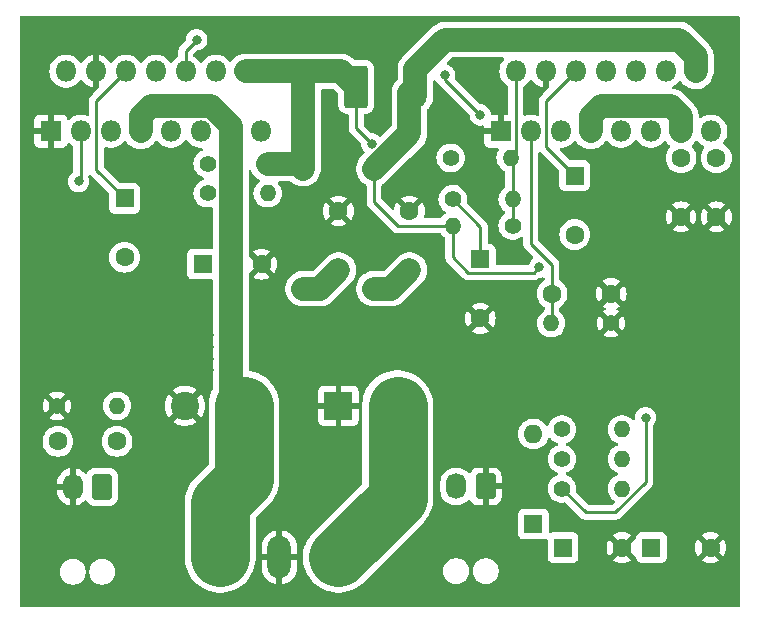
<source format=gbr>
%TF.GenerationSoftware,KiCad,Pcbnew,8.0.1*%
%TF.CreationDate,2024-03-26T18:20:05+01:00*%
%TF.ProjectId,TDA7294V,54444137-3239-4345-962e-6b696361645f,rev?*%
%TF.SameCoordinates,Original*%
%TF.FileFunction,Copper,L1,Top*%
%TF.FilePolarity,Positive*%
%FSLAX46Y46*%
G04 Gerber Fmt 4.6, Leading zero omitted, Abs format (unit mm)*
G04 Created by KiCad (PCBNEW 8.0.1) date 2024-03-26 18:20:05*
%MOMM*%
%LPD*%
G01*
G04 APERTURE LIST*
G04 Aperture macros list*
%AMRoundRect*
0 Rectangle with rounded corners*
0 $1 Rounding radius*
0 $2 $3 $4 $5 $6 $7 $8 $9 X,Y pos of 4 corners*
0 Add a 4 corners polygon primitive as box body*
4,1,4,$2,$3,$4,$5,$6,$7,$8,$9,$2,$3,0*
0 Add four circle primitives for the rounded corners*
1,1,$1+$1,$2,$3*
1,1,$1+$1,$4,$5*
1,1,$1+$1,$6,$7*
1,1,$1+$1,$8,$9*
0 Add four rect primitives between the rounded corners*
20,1,$1+$1,$2,$3,$4,$5,0*
20,1,$1+$1,$4,$5,$6,$7,0*
20,1,$1+$1,$6,$7,$8,$9,0*
20,1,$1+$1,$8,$9,$2,$3,0*%
G04 Aperture macros list end*
%TA.AperFunction,ComponentPad*%
%ADD10C,1.600000*%
%TD*%
%TA.AperFunction,ComponentPad*%
%ADD11O,1.600000X1.600000*%
%TD*%
%TA.AperFunction,ComponentPad*%
%ADD12R,1.800000X1.800000*%
%TD*%
%TA.AperFunction,ComponentPad*%
%ADD13O,1.800000X1.800000*%
%TD*%
%TA.AperFunction,ComponentPad*%
%ADD14RoundRect,0.250000X-0.750000X-1.550000X0.750000X-1.550000X0.750000X1.550000X-0.750000X1.550000X0*%
%TD*%
%TA.AperFunction,ComponentPad*%
%ADD15O,2.000000X3.600000*%
%TD*%
%TA.AperFunction,ComponentPad*%
%ADD16C,1.400000*%
%TD*%
%TA.AperFunction,ComponentPad*%
%ADD17O,1.400000X1.400000*%
%TD*%
%TA.AperFunction,ComponentPad*%
%ADD18R,1.600000X1.600000*%
%TD*%
%TA.AperFunction,ComponentPad*%
%ADD19R,2.400000X2.400000*%
%TD*%
%TA.AperFunction,ComponentPad*%
%ADD20C,2.400000*%
%TD*%
%TA.AperFunction,ComponentPad*%
%ADD21RoundRect,0.250000X-0.600000X0.850000X-0.600000X-0.850000X0.600000X-0.850000X0.600000X0.850000X0*%
%TD*%
%TA.AperFunction,ComponentPad*%
%ADD22O,1.700000X2.200000*%
%TD*%
%TA.AperFunction,ViaPad*%
%ADD23C,0.800000*%
%TD*%
%TA.AperFunction,Conductor*%
%ADD24C,0.254000*%
%TD*%
%TA.AperFunction,Conductor*%
%ADD25C,2.000000*%
%TD*%
%TA.AperFunction,Conductor*%
%ADD26C,5.000000*%
%TD*%
G04 APERTURE END LIST*
D10*
%TO.P,R11,1*%
%TO.N,Net-(J2-Pin_2)*%
X148000000Y-50920000D03*
D11*
%TO.P,R11,2*%
%TO.N,Net-(C14-Pad2)*%
X148000000Y-61080000D03*
%TD*%
D12*
%TO.P,U2,1,SGND*%
%TO.N,GND*%
X158750000Y-47752000D03*
D13*
%TO.P,U2,2,-*%
%TO.N,Net-(U2--)*%
X160020000Y-42672000D03*
%TO.P,U2,3,+*%
%TO.N,Net-(U2-+)*%
X161290000Y-47752000D03*
%TO.P,U2,4,SIG_GND*%
%TO.N,GND*%
X162560000Y-42672000D03*
%TO.P,U2,5,NC*%
%TO.N,unconnected-(U2-NC-Pad5)*%
X163830000Y-47752000D03*
%TO.P,U2,6,BOOT*%
%TO.N,Net-(U2-BOOT)*%
X165100000Y-42672000D03*
%TO.P,U2,7,+Vs*%
%TO.N,+VDC*%
X166370000Y-47752000D03*
%TO.P,U2,8,-Vs*%
%TO.N,-VDC*%
X167640000Y-42672000D03*
%TO.P,U2,9,STBY*%
%TO.N,STBY*%
X168910000Y-47752000D03*
%TO.P,U2,10,MUTE*%
%TO.N,Mute*%
X170180000Y-42672000D03*
%TO.P,U2,11,NC*%
%TO.N,unconnected-(U2-NC-Pad11)*%
X171450000Y-47752000D03*
%TO.P,U2,12,NC*%
%TO.N,unconnected-(U2-NC-Pad12)*%
X172720000Y-42672000D03*
%TO.P,U2,13,+Vs*%
%TO.N,+VDC*%
X173990000Y-47752000D03*
%TO.P,U2,14*%
%TO.N,Net-(J2-Pin_2)*%
X175260000Y-42672000D03*
%TO.P,U2,15,-Vs*%
%TO.N,-VDC*%
X176530000Y-47752000D03*
%TD*%
D14*
%TO.P,J2,1,Pin_1*%
%TO.N,Net-(J2-Pin_1)*%
X146500000Y-44000000D03*
D15*
%TO.P,J2,2,Pin_2*%
%TO.N,Net-(J2-Pin_2)*%
X151500000Y-44000000D03*
%TD*%
D16*
%TO.P,R9,1*%
%TO.N,GND*%
X168080000Y-64000000D03*
D17*
%TO.P,R9,2*%
%TO.N,Net-(U2-+)*%
X163000000Y-64000000D03*
%TD*%
D10*
%TO.P,C9,1*%
%TO.N,GND*%
X174000000Y-55000000D03*
%TO.P,C9,2*%
%TO.N,+VDC*%
X174000000Y-50000000D03*
%TD*%
D12*
%TO.P,U1,1,SGND*%
%TO.N,GND*%
X120650000Y-47752000D03*
D13*
%TO.P,U1,2,-*%
%TO.N,Net-(U1--)*%
X121920000Y-42672000D03*
%TO.P,U1,3,+*%
%TO.N,Net-(U1-+)*%
X123190000Y-47752000D03*
%TO.P,U1,4,SIG_GND*%
%TO.N,GND*%
X124460000Y-42672000D03*
%TO.P,U1,5,NC*%
%TO.N,unconnected-(U1-NC-Pad5)*%
X125730000Y-47752000D03*
%TO.P,U1,6,BOOT*%
%TO.N,Net-(U1-BOOT)*%
X127000000Y-42672000D03*
%TO.P,U1,7,+Vs*%
%TO.N,+VDC*%
X128270000Y-47752000D03*
%TO.P,U1,8,-Vs*%
%TO.N,-VDC*%
X129540000Y-42672000D03*
%TO.P,U1,9,STBY*%
%TO.N,STBY*%
X130810000Y-47752000D03*
%TO.P,U1,10,MUTE*%
%TO.N,Mute*%
X132080000Y-42672000D03*
%TO.P,U1,11,NC*%
%TO.N,unconnected-(U1-NC-Pad11)*%
X133350000Y-47752000D03*
%TO.P,U1,12,NC*%
%TO.N,unconnected-(U1-NC-Pad12)*%
X134620000Y-42672000D03*
%TO.P,U1,13,+Vs*%
%TO.N,+VDC*%
X135890000Y-47752000D03*
%TO.P,U1,14*%
%TO.N,Net-(J2-Pin_1)*%
X137160000Y-42672000D03*
%TO.P,U1,15,-Vs*%
%TO.N,-VDC*%
X138430000Y-47752000D03*
%TD*%
D18*
%TO.P,D1,1,K*%
%TO.N,Net-(D1-K)*%
X161500000Y-81000000D03*
D11*
%TO.P,D1,2,A*%
%TO.N,Mute*%
X161500000Y-73380000D03*
%TD*%
D16*
%TO.P,R7,1*%
%TO.N,Net-(D1-K)*%
X163920000Y-75500000D03*
D17*
%TO.P,R7,2*%
%TO.N,/Mute{slash}st-by*%
X169000000Y-75500000D03*
%TD*%
D10*
%TO.P,C1,1*%
%TO.N,Net-(J1-Pin_1)*%
X126250000Y-74000000D03*
%TO.P,C1,2*%
%TO.N,Net-(U1-+)*%
X121250000Y-74000000D03*
%TD*%
D18*
%TO.P,C13,1*%
%TO.N,Net-(U2-BOOT)*%
X165000000Y-51500000D03*
D10*
%TO.P,C13,2*%
%TO.N,Net-(J2-Pin_2)*%
X165000000Y-56500000D03*
%TD*%
D16*
%TO.P,R1,1*%
%TO.N,GND*%
X121170000Y-71000000D03*
D17*
%TO.P,R1,2*%
%TO.N,Net-(U1-+)*%
X126250000Y-71000000D03*
%TD*%
D16*
%TO.P,R10,1*%
%TO.N,Net-(U2--)*%
X159750000Y-55750000D03*
D17*
%TO.P,R10,2*%
%TO.N,Net-(J2-Pin_2)*%
X154670000Y-55750000D03*
%TD*%
D16*
%TO.P,R6,1*%
%TO.N,Mute*%
X163920000Y-73000000D03*
D17*
%TO.P,R6,2*%
%TO.N,Net-(D1-K)*%
X169000000Y-73000000D03*
%TD*%
D16*
%TO.P,R5,1*%
%TO.N,STBY*%
X163920000Y-78000000D03*
D17*
%TO.P,R5,2*%
%TO.N,/Mute{slash}st-by*%
X169000000Y-78000000D03*
%TD*%
D19*
%TO.P,C8,1*%
%TO.N,GND*%
X145000000Y-71000000D03*
D20*
%TO.P,C8,2*%
%TO.N,-VDC*%
X150000000Y-71000000D03*
%TD*%
D10*
%TO.P,C4,1*%
%TO.N,GND*%
X145000000Y-54500000D03*
%TO.P,C4,2*%
%TO.N,Net-(C4-Pad2)*%
X145000000Y-59500000D03*
%TD*%
D16*
%TO.P,R12,1*%
%TO.N,Net-(J2-Pin_1)*%
X154500000Y-50000000D03*
D17*
%TO.P,R12,2*%
%TO.N,Net-(U2--)*%
X159580000Y-50000000D03*
%TD*%
D18*
%TO.P,C11,1*%
%TO.N,Net-(C11-Pad1)*%
X157000000Y-58597349D03*
D10*
%TO.P,C11,2*%
%TO.N,GND*%
X157000000Y-63597349D03*
%TD*%
D16*
%TO.P,R3,1*%
%TO.N,Net-(C2-Pad1)*%
X133920000Y-53000000D03*
D17*
%TO.P,R3,2*%
%TO.N,Net-(U1--)*%
X139000000Y-53000000D03*
%TD*%
D18*
%TO.P,C2,1*%
%TO.N,Net-(C2-Pad1)*%
X133500000Y-59000000D03*
D10*
%TO.P,C2,2*%
%TO.N,GND*%
X138500000Y-59000000D03*
%TD*%
D16*
%TO.P,R2,1*%
%TO.N,Net-(U1--)*%
X133920000Y-50500000D03*
D17*
%TO.P,R2,2*%
%TO.N,Net-(J2-Pin_1)*%
X139000000Y-50500000D03*
%TD*%
D18*
%TO.P,C3,1*%
%TO.N,Net-(U1-BOOT)*%
X126883349Y-53420000D03*
D10*
%TO.P,C3,2*%
%TO.N,Net-(J2-Pin_1)*%
X126883349Y-58420000D03*
%TD*%
D14*
%TO.P,J3,1,Pin_1*%
%TO.N,+VDC*%
X135000000Y-83820000D03*
D15*
%TO.P,J3,2,Pin_2*%
%TO.N,GND*%
X140000000Y-83820000D03*
%TO.P,J3,3,Pin_3*%
%TO.N,-VDC*%
X145000000Y-83820000D03*
%TD*%
D10*
%TO.P,C14,1*%
%TO.N,GND*%
X151000000Y-54500000D03*
%TO.P,C14,2*%
%TO.N,Net-(C14-Pad2)*%
X151000000Y-59500000D03*
%TD*%
D19*
%TO.P,C7,1*%
%TO.N,+VDC*%
X137000000Y-71000000D03*
D20*
%TO.P,C7,2*%
%TO.N,GND*%
X132000000Y-71000000D03*
%TD*%
D21*
%TO.P,J4,1,Pin_1*%
%TO.N,GND*%
X157460000Y-77820000D03*
D22*
%TO.P,J4,2,Pin_2*%
%TO.N,/Mute{slash}st-by*%
X154960000Y-77820000D03*
%TD*%
D18*
%TO.P,C6,1*%
%TO.N,Mute*%
X171500000Y-83000000D03*
D10*
%TO.P,C6,2*%
%TO.N,GND*%
X176500000Y-83000000D03*
%TD*%
D21*
%TO.P,J1,1,Pin_1*%
%TO.N,Net-(J1-Pin_1)*%
X125000000Y-77860000D03*
D22*
%TO.P,J1,2,Pin_2*%
%TO.N,GND*%
X122500000Y-77860000D03*
%TD*%
D10*
%TO.P,C10,1*%
%TO.N,-VDC*%
X177000000Y-50000000D03*
%TO.P,C10,2*%
%TO.N,GND*%
X177000000Y-55000000D03*
%TD*%
%TO.P,R4,1*%
%TO.N,Net-(J2-Pin_1)*%
X142000000Y-50920000D03*
D11*
%TO.P,R4,2*%
%TO.N,Net-(C4-Pad2)*%
X142000000Y-61080000D03*
%TD*%
D18*
%TO.P,C5,1*%
%TO.N,STBY*%
X164000000Y-83000000D03*
D10*
%TO.P,C5,2*%
%TO.N,GND*%
X169000000Y-83000000D03*
%TD*%
D16*
%TO.P,R8,1*%
%TO.N,Net-(C11-Pad1)*%
X154670000Y-53500000D03*
D17*
%TO.P,R8,2*%
%TO.N,Net-(U2--)*%
X159750000Y-53500000D03*
%TD*%
D10*
%TO.P,C12,1*%
%TO.N,GND*%
X168080000Y-61500000D03*
%TO.P,C12,2*%
%TO.N,Net-(U2-+)*%
X163080000Y-61500000D03*
%TD*%
D23*
%TO.N,Net-(U1-+)*%
X123000000Y-52000000D03*
%TO.N,GND*%
X171000000Y-56750000D03*
X120000000Y-56000000D03*
X160250000Y-61000000D03*
X140000000Y-67000000D03*
X120000000Y-55000000D03*
X155000000Y-48000000D03*
X120000000Y-54000000D03*
X162750000Y-53250000D03*
X139000000Y-67000000D03*
X178000000Y-38750000D03*
X133000000Y-66000000D03*
X159250000Y-58250000D03*
X149000000Y-65000000D03*
X163750000Y-53250000D03*
X129000000Y-39000000D03*
X127000000Y-39000000D03*
X171000000Y-57750000D03*
X150000000Y-65000000D03*
X171000000Y-54750000D03*
X130000000Y-39000000D03*
X138000000Y-65000000D03*
X157000000Y-42000000D03*
X138000000Y-66000000D03*
X168500000Y-66000000D03*
X178000000Y-40750000D03*
X125000000Y-39000000D03*
X157000000Y-51000000D03*
X147000000Y-39000000D03*
X151000000Y-39000000D03*
X134000000Y-67000000D03*
X163750000Y-54250000D03*
X145000000Y-39000000D03*
X156000000Y-42000000D03*
X168500000Y-67000000D03*
X152000000Y-65000000D03*
X120000000Y-57000000D03*
X143000000Y-39000000D03*
X147000000Y-65000000D03*
X140000000Y-68000000D03*
X155000000Y-47000000D03*
X128000000Y-39000000D03*
X171000000Y-55750000D03*
X148000000Y-39000000D03*
X159250000Y-61000000D03*
X177000000Y-38750000D03*
X133000000Y-67000000D03*
X126000000Y-39000000D03*
X146000000Y-39000000D03*
X160250000Y-58250000D03*
X151000000Y-65000000D03*
X153000000Y-65000000D03*
X134000000Y-66000000D03*
X177000000Y-39750000D03*
X149000000Y-39000000D03*
X146000000Y-65000000D03*
X139000000Y-66000000D03*
X138000000Y-67000000D03*
X124000000Y-39000000D03*
X134000000Y-68000000D03*
X154000000Y-48000000D03*
X120000000Y-52000000D03*
X133000000Y-68000000D03*
X120000000Y-53000000D03*
X139000000Y-68000000D03*
X120000000Y-51000000D03*
X134000000Y-65000000D03*
X150000000Y-39000000D03*
X162750000Y-54250000D03*
X155000000Y-42000000D03*
X148000000Y-65000000D03*
X178000000Y-39750000D03*
X156000000Y-48000000D03*
X144000000Y-39000000D03*
X158000000Y-42000000D03*
X133000000Y-65000000D03*
%TO.N,Net-(J2-Pin_1)*%
X147828982Y-48828982D03*
%TO.N,STBY*%
X154000000Y-43000000D03*
X157000000Y-46371500D03*
X171000000Y-72000000D03*
%TO.N,Mute*%
X133000000Y-40000000D03*
%TO.N,Net-(J2-Pin_2)*%
X162000000Y-59250000D03*
%TD*%
D24*
%TO.N,Net-(U1-+)*%
X123000000Y-52000000D02*
X123190000Y-51810000D01*
X123190000Y-51810000D02*
X123190000Y-47752000D01*
%TO.N,Net-(U1-BOOT)*%
X124503000Y-45169000D02*
X127000000Y-42672000D01*
X124503000Y-51039651D02*
X124503000Y-45169000D01*
X126883349Y-53420000D02*
X124503000Y-51039651D01*
%TO.N,Net-(J2-Pin_1)*%
X146500000Y-47500000D02*
X146500000Y-44000000D01*
D25*
X139000000Y-50500000D02*
X141580000Y-50500000D01*
X141580000Y-50500000D02*
X142000000Y-50920000D01*
X142000000Y-42672000D02*
X145172000Y-42672000D01*
X137160000Y-42672000D02*
X142000000Y-42672000D01*
X142000000Y-50920000D02*
X142000000Y-42672000D01*
X145172000Y-42672000D02*
X146500000Y-44000000D01*
D24*
X147828982Y-48828982D02*
X146500000Y-47500000D01*
D25*
%TO.N,Net-(C4-Pad2)*%
X142000000Y-61080000D02*
X143420000Y-61080000D01*
X143420000Y-61080000D02*
X145000000Y-59500000D01*
D24*
%TO.N,STBY*%
X171000000Y-72000000D02*
X171000000Y-77452398D01*
X168452398Y-80000000D02*
X165920000Y-80000000D01*
X165920000Y-80000000D02*
X163920000Y-78000000D01*
X157000000Y-46371500D02*
X154000000Y-43371500D01*
X171000000Y-77452398D02*
X168452398Y-80000000D01*
X154000000Y-43371500D02*
X154000000Y-43000000D01*
%TO.N,Mute*%
X132080000Y-40920000D02*
X132080000Y-42672000D01*
X133000000Y-40000000D02*
X132080000Y-40920000D01*
D25*
%TO.N,+VDC*%
X166370000Y-47752000D02*
X166370000Y-46479208D01*
D26*
X137000000Y-77200000D02*
X137000000Y-71000000D01*
D25*
X135890000Y-69890000D02*
X137000000Y-71000000D01*
X135890000Y-47322151D02*
X135890000Y-47752000D01*
X173162792Y-45652000D02*
X173990000Y-46479208D01*
X128270000Y-46479208D02*
X129097208Y-45652000D01*
X135890000Y-47752000D02*
X135890000Y-69890000D01*
X167197208Y-45652000D02*
X173162792Y-45652000D01*
X134219849Y-45652000D02*
X135890000Y-47322151D01*
X173990000Y-46479208D02*
X173990000Y-47752000D01*
X129097208Y-45652000D02*
X134219849Y-45652000D01*
X128270000Y-47752000D02*
X128270000Y-46479208D01*
X166370000Y-46479208D02*
X167197208Y-45652000D01*
D26*
X135000000Y-83820000D02*
X135000000Y-79200000D01*
X135000000Y-79200000D02*
X137000000Y-77200000D01*
%TO.N,-VDC*%
X145000000Y-83820000D02*
X150000000Y-78820000D01*
X150000000Y-78820000D02*
X150000000Y-71000000D01*
D24*
%TO.N,Net-(C11-Pad1)*%
X154670000Y-53500000D02*
X157000000Y-55830000D01*
X157000000Y-55830000D02*
X157000000Y-58597349D01*
%TO.N,Net-(U2-+)*%
X163080000Y-61500000D02*
X163080000Y-63920000D01*
X163080000Y-61500000D02*
X163080000Y-59080000D01*
X161290000Y-57290000D02*
X161290000Y-47752000D01*
X163080000Y-63920000D02*
X163000000Y-64000000D01*
X163080000Y-59080000D02*
X161290000Y-57290000D01*
%TO.N,Net-(U2-BOOT)*%
X162603000Y-45169000D02*
X165100000Y-42672000D01*
X162603000Y-49103000D02*
X162603000Y-45169000D01*
X165000000Y-51500000D02*
X162603000Y-49103000D01*
%TO.N,Net-(J2-Pin_2)*%
X154670000Y-55750000D02*
X150000000Y-55750000D01*
D25*
X154000000Y-40000000D02*
X151500000Y-42500000D01*
X175260000Y-42672000D02*
X175260000Y-41399208D01*
X173860792Y-40000000D02*
X154000000Y-40000000D01*
X175260000Y-41399208D02*
X173860792Y-40000000D01*
X151000000Y-47920000D02*
X151000000Y-44500000D01*
D24*
X154670000Y-58420000D02*
X154670000Y-55750000D01*
X161525651Y-59724349D02*
X155974349Y-59724349D01*
D25*
X151500000Y-42500000D02*
X151500000Y-44000000D01*
D24*
X162000000Y-59250000D02*
X161525651Y-59724349D01*
D25*
X151000000Y-44500000D02*
X151500000Y-44000000D01*
D24*
X148000000Y-53750000D02*
X148000000Y-50920000D01*
D25*
X148000000Y-50920000D02*
X151000000Y-47920000D01*
D24*
X150000000Y-55750000D02*
X148000000Y-53750000D01*
X155974349Y-59724349D02*
X154670000Y-58420000D01*
D25*
%TO.N,Net-(C14-Pad2)*%
X149420000Y-61080000D02*
X151000000Y-59500000D01*
X148000000Y-61080000D02*
X149420000Y-61080000D01*
D24*
%TO.N,Net-(U2--)*%
X159580000Y-50000000D02*
X160020000Y-49560000D01*
X159750000Y-53500000D02*
X159750000Y-50170000D01*
X160020000Y-49560000D02*
X160020000Y-42672000D01*
X159750000Y-55750000D02*
X159750000Y-53500000D01*
X159750000Y-50170000D02*
X159580000Y-50000000D01*
%TD*%
%TA.AperFunction,Conductor*%
%TO.N,GND*%
G36*
X153205703Y-43438876D02*
G01*
X153231885Y-43470587D01*
X153267467Y-43532216D01*
X153394129Y-43672888D01*
X153450116Y-43713565D01*
X153478370Y-43734092D01*
X153508585Y-43765516D01*
X153512590Y-43771510D01*
X153512591Y-43771511D01*
X156061371Y-46320290D01*
X156094856Y-46381613D01*
X156097010Y-46395005D01*
X156114326Y-46559756D01*
X156114327Y-46559759D01*
X156172818Y-46739777D01*
X156172821Y-46739784D01*
X156267467Y-46903716D01*
X156394129Y-47044388D01*
X156547265Y-47155648D01*
X156547270Y-47155651D01*
X156720192Y-47232642D01*
X156720197Y-47232644D01*
X156905354Y-47272000D01*
X156905355Y-47272000D01*
X157094644Y-47272000D01*
X157094646Y-47272000D01*
X157200222Y-47249559D01*
X157269886Y-47254875D01*
X157325619Y-47297011D01*
X157349725Y-47362591D01*
X157350000Y-47370849D01*
X157350000Y-47502000D01*
X158316988Y-47502000D01*
X158284075Y-47559007D01*
X158250000Y-47686174D01*
X158250000Y-47817826D01*
X158284075Y-47944993D01*
X158316988Y-48002000D01*
X157350000Y-48002000D01*
X157350000Y-48699844D01*
X157356401Y-48759372D01*
X157356403Y-48759379D01*
X157406645Y-48894086D01*
X157406649Y-48894093D01*
X157492809Y-49009187D01*
X157492812Y-49009190D01*
X157607906Y-49095350D01*
X157607913Y-49095354D01*
X157742620Y-49145596D01*
X157742627Y-49145598D01*
X157802155Y-49151999D01*
X157802172Y-49152000D01*
X158467001Y-49152000D01*
X158534040Y-49171685D01*
X158579795Y-49224489D01*
X158589739Y-49293647D01*
X158565956Y-49350726D01*
X158554942Y-49365309D01*
X158554938Y-49365316D01*
X158455775Y-49564461D01*
X158455769Y-49564476D01*
X158394885Y-49778462D01*
X158394884Y-49778464D01*
X158374357Y-49999999D01*
X158374357Y-50000000D01*
X158394884Y-50221535D01*
X158394885Y-50221537D01*
X158455769Y-50435523D01*
X158455775Y-50435538D01*
X158554938Y-50634683D01*
X158554943Y-50634691D01*
X158689020Y-50812238D01*
X158841088Y-50950866D01*
X158842558Y-50952206D01*
X158853437Y-50962123D01*
X158853439Y-50962125D01*
X158878833Y-50977848D01*
X159042599Y-51079247D01*
X159043280Y-51079510D01*
X159043556Y-51079723D01*
X159047733Y-51081803D01*
X159047326Y-51082619D01*
X159098686Y-51122075D01*
X159122285Y-51187839D01*
X159122500Y-51195142D01*
X159122500Y-52407471D01*
X159102815Y-52474510D01*
X159063779Y-52512897D01*
X159023438Y-52537875D01*
X159023437Y-52537876D01*
X158859020Y-52687761D01*
X158724943Y-52865308D01*
X158724938Y-52865316D01*
X158625775Y-53064461D01*
X158625769Y-53064476D01*
X158564885Y-53278462D01*
X158564884Y-53278464D01*
X158544357Y-53499999D01*
X158544357Y-53500000D01*
X158564884Y-53721535D01*
X158564885Y-53721537D01*
X158625769Y-53935523D01*
X158625775Y-53935538D01*
X158724938Y-54134683D01*
X158724943Y-54134691D01*
X158859020Y-54312238D01*
X159023433Y-54462120D01*
X159023435Y-54462121D01*
X159023438Y-54462124D01*
X159063777Y-54487101D01*
X159110412Y-54539127D01*
X159122500Y-54592527D01*
X159122500Y-54657471D01*
X159102815Y-54724510D01*
X159063779Y-54762897D01*
X159023438Y-54787875D01*
X159023437Y-54787876D01*
X158859020Y-54937761D01*
X158724943Y-55115308D01*
X158724938Y-55115316D01*
X158625775Y-55314461D01*
X158625769Y-55314476D01*
X158564885Y-55528462D01*
X158564884Y-55528464D01*
X158544357Y-55749999D01*
X158544357Y-55750000D01*
X158564884Y-55971535D01*
X158564885Y-55971537D01*
X158625769Y-56185523D01*
X158625775Y-56185538D01*
X158724938Y-56384683D01*
X158724943Y-56384691D01*
X158859020Y-56562238D01*
X159023437Y-56712123D01*
X159023439Y-56712125D01*
X159212595Y-56829245D01*
X159212596Y-56829245D01*
X159212599Y-56829247D01*
X159420060Y-56909618D01*
X159638757Y-56950500D01*
X159638759Y-56950500D01*
X159861241Y-56950500D01*
X159861243Y-56950500D01*
X160079940Y-56909618D01*
X160287401Y-56829247D01*
X160473224Y-56714190D01*
X160540583Y-56695635D01*
X160607282Y-56716443D01*
X160652144Y-56770009D01*
X160662500Y-56819618D01*
X160662500Y-57351807D01*
X160686612Y-57473028D01*
X160686615Y-57473038D01*
X160705861Y-57519501D01*
X160733915Y-57587229D01*
X160733917Y-57587233D01*
X160802494Y-57689866D01*
X160802589Y-57690008D01*
X160802592Y-57690011D01*
X161462656Y-58350075D01*
X161496141Y-58411398D01*
X161491157Y-58481090D01*
X161449285Y-58537023D01*
X161447860Y-58538074D01*
X161394129Y-58577111D01*
X161267466Y-58717785D01*
X161172821Y-58881715D01*
X161172818Y-58881722D01*
X161130759Y-59011167D01*
X161091321Y-59068843D01*
X161026963Y-59096041D01*
X161012828Y-59096849D01*
X158424500Y-59096849D01*
X158357461Y-59077164D01*
X158311706Y-59024360D01*
X158300500Y-58972849D01*
X158300499Y-57749478D01*
X158300498Y-57749472D01*
X158300497Y-57749465D01*
X158294091Y-57689866D01*
X158276439Y-57642539D01*
X158243797Y-57555020D01*
X158243793Y-57555013D01*
X158157547Y-57439804D01*
X158157544Y-57439801D01*
X158042335Y-57353555D01*
X158042328Y-57353551D01*
X157907482Y-57303257D01*
X157907483Y-57303257D01*
X157847883Y-57296850D01*
X157847881Y-57296849D01*
X157847873Y-57296849D01*
X157847865Y-57296849D01*
X157751500Y-57296849D01*
X157684461Y-57277164D01*
X157638706Y-57224360D01*
X157627500Y-57172849D01*
X157627500Y-55768194D01*
X157617359Y-55717215D01*
X157607218Y-55666233D01*
X157603386Y-55646966D01*
X157558407Y-55538379D01*
X157556763Y-55533784D01*
X157487414Y-55429996D01*
X157487413Y-55429994D01*
X157457419Y-55400000D01*
X157400008Y-55342589D01*
X155889338Y-53831919D01*
X155855853Y-53770596D01*
X155855216Y-53727303D01*
X155854586Y-53727245D01*
X155875643Y-53500000D01*
X155875643Y-53499999D01*
X155855115Y-53278464D01*
X155855114Y-53278462D01*
X155838917Y-53221536D01*
X155794229Y-53064472D01*
X155794224Y-53064461D01*
X155695061Y-52865316D01*
X155695056Y-52865308D01*
X155560979Y-52687761D01*
X155396562Y-52537876D01*
X155396560Y-52537874D01*
X155207404Y-52420754D01*
X155207398Y-52420752D01*
X155206748Y-52420500D01*
X154999940Y-52340382D01*
X154781243Y-52299500D01*
X154558757Y-52299500D01*
X154340060Y-52340382D01*
X154243806Y-52377671D01*
X154132601Y-52420752D01*
X154132595Y-52420754D01*
X153943439Y-52537874D01*
X153943437Y-52537876D01*
X153779020Y-52687761D01*
X153644943Y-52865308D01*
X153644938Y-52865316D01*
X153545775Y-53064461D01*
X153545769Y-53064476D01*
X153484885Y-53278462D01*
X153484884Y-53278464D01*
X153464357Y-53499999D01*
X153464357Y-53500000D01*
X153484884Y-53721535D01*
X153484885Y-53721537D01*
X153545769Y-53935523D01*
X153545775Y-53935538D01*
X153644938Y-54134683D01*
X153644943Y-54134691D01*
X153779020Y-54312238D01*
X153943437Y-54462123D01*
X153943439Y-54462125D01*
X154036221Y-54519573D01*
X154082857Y-54571601D01*
X154093961Y-54640582D01*
X154066008Y-54704617D01*
X154036221Y-54730427D01*
X153943439Y-54787874D01*
X153943437Y-54787876D01*
X153779020Y-54937761D01*
X153676722Y-55073227D01*
X153620613Y-55114863D01*
X153577768Y-55122500D01*
X152338756Y-55122500D01*
X152271717Y-55102815D01*
X152225962Y-55050011D01*
X152216018Y-54980853D01*
X152224755Y-54951529D01*
X152224417Y-54951406D01*
X152226269Y-54946317D01*
X152285139Y-54726610D01*
X152285141Y-54726599D01*
X152304966Y-54500002D01*
X152304966Y-54499997D01*
X152285141Y-54273400D01*
X152285139Y-54273389D01*
X152226269Y-54053682D01*
X152226264Y-54053668D01*
X152130136Y-53847521D01*
X152130132Y-53847513D01*
X152079025Y-53774526D01*
X151400000Y-54453551D01*
X151400000Y-54447339D01*
X151372741Y-54345606D01*
X151320080Y-54254394D01*
X151245606Y-54179920D01*
X151154394Y-54127259D01*
X151052661Y-54100000D01*
X151046448Y-54100000D01*
X151725472Y-53420974D01*
X151652478Y-53369863D01*
X151446331Y-53273735D01*
X151446317Y-53273730D01*
X151226610Y-53214860D01*
X151226599Y-53214858D01*
X151000002Y-53195034D01*
X150999998Y-53195034D01*
X150773400Y-53214858D01*
X150773389Y-53214860D01*
X150553682Y-53273730D01*
X150553673Y-53273734D01*
X150347516Y-53369866D01*
X150347512Y-53369868D01*
X150274526Y-53420973D01*
X150274526Y-53420974D01*
X150953553Y-54100000D01*
X150947339Y-54100000D01*
X150845606Y-54127259D01*
X150754394Y-54179920D01*
X150679920Y-54254394D01*
X150627259Y-54345606D01*
X150600000Y-54447339D01*
X150600000Y-54453552D01*
X149920974Y-53774526D01*
X149920973Y-53774526D01*
X149869868Y-53847512D01*
X149869866Y-53847516D01*
X149773734Y-54053673D01*
X149773730Y-54053682D01*
X149714860Y-54273389D01*
X149714859Y-54273396D01*
X149713574Y-54288079D01*
X149688118Y-54353146D01*
X149631525Y-54394122D01*
X149561763Y-54397996D01*
X149502365Y-54364946D01*
X148663819Y-53526400D01*
X148630334Y-53465077D01*
X148627500Y-53438719D01*
X148627500Y-52360310D01*
X148647185Y-52293271D01*
X148695204Y-52249826D01*
X148786434Y-52203343D01*
X148977510Y-52064517D01*
X151042028Y-50000000D01*
X153294357Y-50000000D01*
X153314884Y-50221535D01*
X153314885Y-50221537D01*
X153375769Y-50435523D01*
X153375775Y-50435538D01*
X153474938Y-50634683D01*
X153474943Y-50634691D01*
X153609020Y-50812238D01*
X153761088Y-50950866D01*
X153762558Y-50952206D01*
X153773437Y-50962123D01*
X153773439Y-50962125D01*
X153962595Y-51079245D01*
X153962596Y-51079245D01*
X153962599Y-51079247D01*
X154170060Y-51159618D01*
X154388757Y-51200500D01*
X154388759Y-51200500D01*
X154611241Y-51200500D01*
X154611243Y-51200500D01*
X154829940Y-51159618D01*
X155037401Y-51079247D01*
X155226562Y-50962124D01*
X155390981Y-50812236D01*
X155525058Y-50634689D01*
X155624229Y-50435528D01*
X155685115Y-50221536D01*
X155705643Y-50000000D01*
X155690556Y-49837188D01*
X155685115Y-49778464D01*
X155685114Y-49778462D01*
X155659308Y-49687764D01*
X155624229Y-49564472D01*
X155624224Y-49564461D01*
X155525061Y-49365316D01*
X155525056Y-49365308D01*
X155390979Y-49187761D01*
X155226562Y-49037876D01*
X155226560Y-49037874D01*
X155037404Y-48920754D01*
X155037398Y-48920752D01*
X155028077Y-48917141D01*
X154829940Y-48840382D01*
X154611243Y-48799500D01*
X154388757Y-48799500D01*
X154170060Y-48840382D01*
X154038864Y-48891207D01*
X153962601Y-48920752D01*
X153962595Y-48920754D01*
X153773439Y-49037874D01*
X153773437Y-49037876D01*
X153609020Y-49187761D01*
X153474943Y-49365308D01*
X153474938Y-49365316D01*
X153375775Y-49564461D01*
X153375769Y-49564476D01*
X153314885Y-49778462D01*
X153314884Y-49778464D01*
X153294357Y-49999999D01*
X153294357Y-50000000D01*
X151042028Y-50000000D01*
X152144518Y-48897510D01*
X152283343Y-48706433D01*
X152390568Y-48495992D01*
X152463553Y-48271368D01*
X152466621Y-48252000D01*
X152500500Y-48038097D01*
X152500500Y-45972889D01*
X152520185Y-45905850D01*
X152536819Y-45885208D01*
X152582743Y-45839284D01*
X152644517Y-45777510D01*
X152783343Y-45586433D01*
X152890568Y-45375992D01*
X152963553Y-45151368D01*
X152970550Y-45107192D01*
X153000500Y-44918097D01*
X153000500Y-43532589D01*
X153020185Y-43465550D01*
X153072989Y-43419795D01*
X153142147Y-43409851D01*
X153205703Y-43438876D01*
G37*
%TD.AperFunction*%
%TA.AperFunction,Conductor*%
G36*
X158979222Y-41520185D02*
G01*
X159024977Y-41572989D01*
X159034921Y-41642147D01*
X159005896Y-41705703D01*
X159003439Y-41708453D01*
X158951215Y-41765185D01*
X158911016Y-41808852D01*
X158784075Y-42003151D01*
X158690842Y-42215699D01*
X158633866Y-42440691D01*
X158633864Y-42440702D01*
X158614700Y-42671993D01*
X158614700Y-42672006D01*
X158633864Y-42903297D01*
X158633866Y-42903308D01*
X158690842Y-43128300D01*
X158784075Y-43340848D01*
X158911016Y-43535147D01*
X158911019Y-43535151D01*
X158911021Y-43535153D01*
X159068216Y-43705913D01*
X159068219Y-43705915D01*
X159068222Y-43705918D01*
X159251365Y-43848464D01*
X159251375Y-43848471D01*
X159299095Y-43874295D01*
X159313162Y-43881908D01*
X159327517Y-43889676D01*
X159377108Y-43938895D01*
X159392500Y-43998731D01*
X159392500Y-46228000D01*
X159372815Y-46295039D01*
X159320011Y-46340794D01*
X159268500Y-46352000D01*
X159000000Y-46352000D01*
X159000000Y-47318988D01*
X158942993Y-47286075D01*
X158815826Y-47252000D01*
X158684174Y-47252000D01*
X158557007Y-47286075D01*
X158500000Y-47318988D01*
X158500000Y-46352000D01*
X158015061Y-46352000D01*
X157948022Y-46332315D01*
X157902267Y-46279511D01*
X157891740Y-46240962D01*
X157890378Y-46228000D01*
X157885674Y-46183244D01*
X157827179Y-46003216D01*
X157732533Y-45839284D01*
X157605871Y-45698612D01*
X157586964Y-45684875D01*
X157452734Y-45587351D01*
X157452729Y-45587348D01*
X157279807Y-45510357D01*
X157279802Y-45510355D01*
X157134001Y-45479365D01*
X157094646Y-45471000D01*
X157094645Y-45471000D01*
X157038281Y-45471000D01*
X156971242Y-45451315D01*
X156950600Y-45434681D01*
X154894894Y-43378975D01*
X154861409Y-43317652D01*
X154864645Y-43252974D01*
X154885674Y-43188256D01*
X154905460Y-43000000D01*
X154885674Y-42811744D01*
X154827179Y-42631716D01*
X154732533Y-42467784D01*
X154605871Y-42327112D01*
X154564705Y-42297203D01*
X154452734Y-42215851D01*
X154452729Y-42215848D01*
X154279807Y-42138857D01*
X154279800Y-42138855D01*
X154258558Y-42134340D01*
X154197076Y-42101148D01*
X154163299Y-42039985D01*
X154167951Y-41970271D01*
X154196655Y-41925371D01*
X154585208Y-41536819D01*
X154646531Y-41503334D01*
X154672889Y-41500500D01*
X158912183Y-41500500D01*
X158979222Y-41520185D01*
G37*
%TD.AperFunction*%
%TA.AperFunction,Conductor*%
G36*
X162810000Y-44023217D02*
G01*
X162790315Y-44090256D01*
X162773681Y-44110898D01*
X162299373Y-44585208D01*
X162202992Y-44681589D01*
X162159289Y-44725292D01*
X162115586Y-44768994D01*
X162115585Y-44768996D01*
X162046233Y-44872789D01*
X162044586Y-44877393D01*
X161999615Y-44985962D01*
X161999614Y-44985964D01*
X161991500Y-45026761D01*
X161991499Y-45026762D01*
X161975500Y-45107192D01*
X161975500Y-46332929D01*
X161955815Y-46399968D01*
X161903011Y-46445723D01*
X161833853Y-46455667D01*
X161811237Y-46450210D01*
X161634984Y-46389702D01*
X161441765Y-46357460D01*
X161406049Y-46351500D01*
X161173951Y-46351500D01*
X161151934Y-46355174D01*
X160945015Y-46389702D01*
X160811763Y-46435448D01*
X160741964Y-46438598D01*
X160681543Y-46403512D01*
X160649682Y-46341329D01*
X160647500Y-46318167D01*
X160647500Y-43998731D01*
X160667185Y-43931692D01*
X160712483Y-43889676D01*
X160726838Y-43881908D01*
X160788626Y-43848470D01*
X160789170Y-43848047D01*
X160887503Y-43771511D01*
X160971784Y-43705913D01*
X161128979Y-43535153D01*
X161186490Y-43447124D01*
X161239635Y-43401769D01*
X161308866Y-43392345D01*
X161372202Y-43421846D01*
X161394107Y-43447126D01*
X161451414Y-43534842D01*
X161608558Y-43705545D01*
X161608562Y-43705548D01*
X161791644Y-43848047D01*
X161791648Y-43848050D01*
X161995697Y-43958476D01*
X161995706Y-43958479D01*
X162215139Y-44033811D01*
X162309999Y-44049640D01*
X162310000Y-44049639D01*
X162310000Y-43105012D01*
X162367007Y-43137925D01*
X162494174Y-43172000D01*
X162625826Y-43172000D01*
X162752993Y-43137925D01*
X162810000Y-43105012D01*
X162810000Y-44023217D01*
G37*
%TD.AperFunction*%
%TA.AperFunction,Conductor*%
G36*
X178943039Y-38019685D02*
G01*
X178988794Y-38072489D01*
X179000000Y-38124000D01*
X179000000Y-87876000D01*
X178980315Y-87943039D01*
X178927511Y-87988794D01*
X178876000Y-88000000D01*
X118124000Y-88000000D01*
X118056961Y-87980315D01*
X118011206Y-87927511D01*
X118000000Y-87876000D01*
X118000000Y-85126610D01*
X121399500Y-85126610D01*
X121420262Y-85257701D01*
X121426598Y-85297701D01*
X121480127Y-85462445D01*
X121558768Y-85616788D01*
X121660586Y-85756928D01*
X121783072Y-85879414D01*
X121923212Y-85981232D01*
X122077555Y-86059873D01*
X122242299Y-86113402D01*
X122413389Y-86140500D01*
X122413390Y-86140500D01*
X122586610Y-86140500D01*
X122586611Y-86140500D01*
X122757701Y-86113402D01*
X122922445Y-86059873D01*
X123076788Y-85981232D01*
X123216928Y-85879414D01*
X123339414Y-85756928D01*
X123441232Y-85616788D01*
X123519873Y-85462445D01*
X123573402Y-85297701D01*
X123600500Y-85126611D01*
X123600500Y-85126610D01*
X123899500Y-85126610D01*
X123920262Y-85257701D01*
X123926598Y-85297701D01*
X123980127Y-85462445D01*
X124058768Y-85616788D01*
X124160586Y-85756928D01*
X124283072Y-85879414D01*
X124423212Y-85981232D01*
X124577555Y-86059873D01*
X124742299Y-86113402D01*
X124913389Y-86140500D01*
X124913390Y-86140500D01*
X125086610Y-86140500D01*
X125086611Y-86140500D01*
X125257701Y-86113402D01*
X125422445Y-86059873D01*
X125576788Y-85981232D01*
X125716928Y-85879414D01*
X125839414Y-85756928D01*
X125941232Y-85616788D01*
X126019873Y-85462445D01*
X126073402Y-85297701D01*
X126100500Y-85126611D01*
X126100500Y-84953389D01*
X126073402Y-84782299D01*
X126019873Y-84617555D01*
X125941232Y-84463212D01*
X125839414Y-84323072D01*
X125716928Y-84200586D01*
X125576788Y-84098768D01*
X125422445Y-84020127D01*
X125257701Y-83966598D01*
X125257699Y-83966597D01*
X125257698Y-83966597D01*
X125126271Y-83945781D01*
X125086611Y-83939500D01*
X124913389Y-83939500D01*
X124873728Y-83945781D01*
X124742302Y-83966597D01*
X124577552Y-84020128D01*
X124423211Y-84098768D01*
X124350531Y-84151574D01*
X124283072Y-84200586D01*
X124283070Y-84200588D01*
X124283069Y-84200588D01*
X124160588Y-84323069D01*
X124160588Y-84323070D01*
X124160586Y-84323072D01*
X124160350Y-84323397D01*
X124058768Y-84463211D01*
X123980128Y-84617552D01*
X123926597Y-84782302D01*
X123899500Y-84953389D01*
X123899500Y-85126610D01*
X123600500Y-85126610D01*
X123600500Y-84953389D01*
X123573402Y-84782299D01*
X123519873Y-84617555D01*
X123441232Y-84463212D01*
X123339414Y-84323072D01*
X123216928Y-84200586D01*
X123076788Y-84098768D01*
X122922445Y-84020127D01*
X122757701Y-83966598D01*
X122757699Y-83966597D01*
X122757698Y-83966597D01*
X122626271Y-83945781D01*
X122586611Y-83939500D01*
X122413389Y-83939500D01*
X122373728Y-83945781D01*
X122242302Y-83966597D01*
X122077552Y-84020128D01*
X121923211Y-84098768D01*
X121850531Y-84151574D01*
X121783072Y-84200586D01*
X121783070Y-84200588D01*
X121783069Y-84200588D01*
X121660588Y-84323069D01*
X121660588Y-84323070D01*
X121660586Y-84323072D01*
X121660350Y-84323397D01*
X121558768Y-84463211D01*
X121480128Y-84617552D01*
X121426597Y-84782302D01*
X121399500Y-84953389D01*
X121399500Y-85126610D01*
X118000000Y-85126610D01*
X118000000Y-78216246D01*
X121150000Y-78216246D01*
X121183242Y-78426127D01*
X121183242Y-78426130D01*
X121248904Y-78628217D01*
X121345379Y-78817557D01*
X121470272Y-78989459D01*
X121470276Y-78989464D01*
X121620535Y-79139723D01*
X121620540Y-79139727D01*
X121792442Y-79264620D01*
X121981782Y-79361095D01*
X122183871Y-79426757D01*
X122250000Y-79437231D01*
X122250000Y-78408482D01*
X122268409Y-78419111D01*
X122421009Y-78460000D01*
X122578991Y-78460000D01*
X122731591Y-78419111D01*
X122750000Y-78408482D01*
X122750000Y-79437230D01*
X122816126Y-79426757D01*
X122816129Y-79426757D01*
X123018217Y-79361095D01*
X123207557Y-79264620D01*
X123379458Y-79139728D01*
X123518330Y-79000856D01*
X123579653Y-78967371D01*
X123649345Y-78972355D01*
X123705279Y-79014226D01*
X123711551Y-79023440D01*
X123715185Y-79029331D01*
X123715186Y-79029334D01*
X123807288Y-79178656D01*
X123931344Y-79302712D01*
X124080666Y-79394814D01*
X124247203Y-79449999D01*
X124349991Y-79460500D01*
X125650008Y-79460499D01*
X125752797Y-79449999D01*
X125919334Y-79394814D01*
X126068656Y-79302712D01*
X126192712Y-79178656D01*
X126284814Y-79029334D01*
X126339999Y-78862797D01*
X126350500Y-78760009D01*
X126350499Y-76959992D01*
X126339999Y-76857203D01*
X126284814Y-76690666D01*
X126192712Y-76541344D01*
X126068656Y-76417288D01*
X125919334Y-76325186D01*
X125752797Y-76270001D01*
X125752795Y-76270000D01*
X125650010Y-76259500D01*
X124349998Y-76259500D01*
X124349981Y-76259501D01*
X124247203Y-76270000D01*
X124247200Y-76270001D01*
X124080668Y-76325185D01*
X124080663Y-76325187D01*
X123931342Y-76417289D01*
X123807289Y-76541342D01*
X123711551Y-76696559D01*
X123659603Y-76743283D01*
X123590640Y-76754506D01*
X123526558Y-76726662D01*
X123518331Y-76719143D01*
X123379464Y-76580276D01*
X123379459Y-76580272D01*
X123207557Y-76455379D01*
X123018215Y-76358903D01*
X122816124Y-76293241D01*
X122750000Y-76282768D01*
X122750000Y-77311517D01*
X122731591Y-77300889D01*
X122578991Y-77260000D01*
X122421009Y-77260000D01*
X122268409Y-77300889D01*
X122250000Y-77311517D01*
X122250000Y-76282768D01*
X122249999Y-76282768D01*
X122183875Y-76293241D01*
X121981784Y-76358903D01*
X121792442Y-76455379D01*
X121620540Y-76580272D01*
X121620535Y-76580276D01*
X121470276Y-76730535D01*
X121470272Y-76730540D01*
X121345379Y-76902442D01*
X121248904Y-77091782D01*
X121183242Y-77293869D01*
X121183242Y-77293872D01*
X121150000Y-77503753D01*
X121150000Y-77610000D01*
X121951518Y-77610000D01*
X121940889Y-77628409D01*
X121900000Y-77781009D01*
X121900000Y-77938991D01*
X121940889Y-78091591D01*
X121951518Y-78110000D01*
X121150000Y-78110000D01*
X121150000Y-78216246D01*
X118000000Y-78216246D01*
X118000000Y-74000001D01*
X119944532Y-74000001D01*
X119964364Y-74226686D01*
X119964366Y-74226697D01*
X120023258Y-74446488D01*
X120023261Y-74446497D01*
X120119431Y-74652732D01*
X120119432Y-74652734D01*
X120249954Y-74839141D01*
X120410858Y-75000045D01*
X120410861Y-75000047D01*
X120597266Y-75130568D01*
X120803504Y-75226739D01*
X121023308Y-75285635D01*
X121185230Y-75299801D01*
X121249998Y-75305468D01*
X121250000Y-75305468D01*
X121250002Y-75305468D01*
X121306673Y-75300509D01*
X121476692Y-75285635D01*
X121696496Y-75226739D01*
X121902734Y-75130568D01*
X122089139Y-75000047D01*
X122250047Y-74839139D01*
X122380568Y-74652734D01*
X122476739Y-74446496D01*
X122535635Y-74226692D01*
X122555468Y-74000001D01*
X124944532Y-74000001D01*
X124964364Y-74226686D01*
X124964366Y-74226697D01*
X125023258Y-74446488D01*
X125023261Y-74446497D01*
X125119431Y-74652732D01*
X125119432Y-74652734D01*
X125249954Y-74839141D01*
X125410858Y-75000045D01*
X125410861Y-75000047D01*
X125597266Y-75130568D01*
X125803504Y-75226739D01*
X126023308Y-75285635D01*
X126185230Y-75299801D01*
X126249998Y-75305468D01*
X126250000Y-75305468D01*
X126250002Y-75305468D01*
X126306673Y-75300509D01*
X126476692Y-75285635D01*
X126696496Y-75226739D01*
X126902734Y-75130568D01*
X127089139Y-75000047D01*
X127250047Y-74839139D01*
X127380568Y-74652734D01*
X127476739Y-74446496D01*
X127535635Y-74226692D01*
X127555468Y-74000000D01*
X127535635Y-73773308D01*
X127476739Y-73553504D01*
X127380568Y-73347266D01*
X127250047Y-73160861D01*
X127250045Y-73160858D01*
X127089141Y-72999954D01*
X126902734Y-72869432D01*
X126902732Y-72869431D01*
X126696497Y-72773261D01*
X126696488Y-72773258D01*
X126476697Y-72714366D01*
X126476693Y-72714365D01*
X126476692Y-72714365D01*
X126476691Y-72714364D01*
X126476686Y-72714364D01*
X126250002Y-72694532D01*
X126249998Y-72694532D01*
X126023313Y-72714364D01*
X126023302Y-72714366D01*
X125803511Y-72773258D01*
X125803502Y-72773261D01*
X125597267Y-72869431D01*
X125597265Y-72869432D01*
X125410858Y-72999954D01*
X125249954Y-73160858D01*
X125119432Y-73347265D01*
X125119431Y-73347267D01*
X125023261Y-73553502D01*
X125023258Y-73553511D01*
X124964366Y-73773302D01*
X124964364Y-73773313D01*
X124944532Y-73999998D01*
X124944532Y-74000001D01*
X122555468Y-74000001D01*
X122555468Y-74000000D01*
X122535635Y-73773308D01*
X122476739Y-73553504D01*
X122380568Y-73347266D01*
X122250047Y-73160861D01*
X122250045Y-73160858D01*
X122089141Y-72999954D01*
X121902734Y-72869432D01*
X121902732Y-72869431D01*
X121696497Y-72773261D01*
X121696488Y-72773258D01*
X121476697Y-72714366D01*
X121476693Y-72714365D01*
X121476692Y-72714365D01*
X121476691Y-72714364D01*
X121476686Y-72714364D01*
X121250002Y-72694532D01*
X121249998Y-72694532D01*
X121023313Y-72714364D01*
X121023302Y-72714366D01*
X120803511Y-72773258D01*
X120803502Y-72773261D01*
X120597267Y-72869431D01*
X120597265Y-72869432D01*
X120410858Y-72999954D01*
X120249954Y-73160858D01*
X120119432Y-73347265D01*
X120119431Y-73347267D01*
X120023261Y-73553502D01*
X120023258Y-73553511D01*
X119964366Y-73773302D01*
X119964364Y-73773313D01*
X119944532Y-73999998D01*
X119944532Y-74000001D01*
X118000000Y-74000001D01*
X118000000Y-72006880D01*
X120516672Y-72006880D01*
X120632821Y-72078797D01*
X120632822Y-72078798D01*
X120840195Y-72159134D01*
X121058807Y-72200000D01*
X121281193Y-72200000D01*
X121499809Y-72159133D01*
X121707168Y-72078801D01*
X121707181Y-72078795D01*
X121823326Y-72006879D01*
X121170001Y-71353553D01*
X121170000Y-71353553D01*
X120516672Y-72006879D01*
X120516672Y-72006880D01*
X118000000Y-72006880D01*
X118000000Y-71000000D01*
X119964859Y-71000000D01*
X119985378Y-71221439D01*
X120046240Y-71435350D01*
X120145369Y-71634428D01*
X120161137Y-71655308D01*
X120161138Y-71655308D01*
X120770369Y-71046078D01*
X120820000Y-71046078D01*
X120843852Y-71135095D01*
X120889930Y-71214905D01*
X120955095Y-71280070D01*
X121034905Y-71326148D01*
X121123922Y-71350000D01*
X121216078Y-71350000D01*
X121305095Y-71326148D01*
X121384905Y-71280070D01*
X121450070Y-71214905D01*
X121496148Y-71135095D01*
X121520000Y-71046078D01*
X121520000Y-71000000D01*
X121523553Y-71000000D01*
X122178861Y-71655308D01*
X122194631Y-71634425D01*
X122194633Y-71634422D01*
X122293759Y-71435350D01*
X122354621Y-71221439D01*
X122375141Y-71000000D01*
X125044357Y-71000000D01*
X125064884Y-71221535D01*
X125064885Y-71221537D01*
X125125769Y-71435523D01*
X125125775Y-71435538D01*
X125224938Y-71634683D01*
X125224943Y-71634691D01*
X125359020Y-71812238D01*
X125523437Y-71962123D01*
X125523439Y-71962125D01*
X125712595Y-72079245D01*
X125712596Y-72079245D01*
X125712599Y-72079247D01*
X125920060Y-72159618D01*
X126138757Y-72200500D01*
X126138759Y-72200500D01*
X126361241Y-72200500D01*
X126361243Y-72200500D01*
X126579940Y-72159618D01*
X126787401Y-72079247D01*
X126976562Y-71962124D01*
X127140981Y-71812236D01*
X127275058Y-71634689D01*
X127374229Y-71435528D01*
X127435115Y-71221536D01*
X127455643Y-71000004D01*
X130295233Y-71000004D01*
X130314273Y-71254079D01*
X130370968Y-71502477D01*
X130370973Y-71502494D01*
X130464058Y-71739671D01*
X130464057Y-71739671D01*
X130591454Y-71960327D01*
X130591461Y-71960338D01*
X130633452Y-72012991D01*
X130633453Y-72012992D01*
X131435387Y-71211058D01*
X131440889Y-71231591D01*
X131519881Y-71368408D01*
X131631592Y-71480119D01*
X131768409Y-71559111D01*
X131788940Y-71564612D01*
X130986813Y-72366738D01*
X131147616Y-72476371D01*
X131147624Y-72476376D01*
X131377176Y-72586921D01*
X131377174Y-72586921D01*
X131620652Y-72662024D01*
X131620658Y-72662026D01*
X131872595Y-72699999D01*
X131872604Y-72700000D01*
X132127396Y-72700000D01*
X132127404Y-72699999D01*
X132379341Y-72662026D01*
X132379347Y-72662024D01*
X132622824Y-72586921D01*
X132852376Y-72476376D01*
X132852377Y-72476375D01*
X133013185Y-72366738D01*
X132211060Y-71564612D01*
X132231591Y-71559111D01*
X132368408Y-71480119D01*
X132480119Y-71368408D01*
X132559111Y-71231591D01*
X132564612Y-71211059D01*
X133366544Y-72012992D01*
X133366546Y-72012991D01*
X133408544Y-71960330D01*
X133535941Y-71739671D01*
X133629026Y-71502494D01*
X133629031Y-71502477D01*
X133685726Y-71254079D01*
X133704767Y-71000004D01*
X133704767Y-70999995D01*
X133685726Y-70745920D01*
X133629031Y-70497522D01*
X133629026Y-70497505D01*
X133535941Y-70260328D01*
X133535942Y-70260328D01*
X133408545Y-70039672D01*
X133366545Y-69987006D01*
X132564612Y-70788939D01*
X132559111Y-70768409D01*
X132480119Y-70631592D01*
X132368408Y-70519881D01*
X132231591Y-70440889D01*
X132211059Y-70435387D01*
X133013185Y-69633260D01*
X132852384Y-69523628D01*
X132852376Y-69523623D01*
X132622823Y-69413078D01*
X132622825Y-69413078D01*
X132379347Y-69337975D01*
X132379341Y-69337973D01*
X132127404Y-69300000D01*
X131872595Y-69300000D01*
X131620658Y-69337973D01*
X131620652Y-69337975D01*
X131377175Y-69413078D01*
X131147622Y-69523625D01*
X131147609Y-69523632D01*
X130986813Y-69633259D01*
X131788941Y-70435387D01*
X131768409Y-70440889D01*
X131631592Y-70519881D01*
X131519881Y-70631592D01*
X131440889Y-70768409D01*
X131435387Y-70788941D01*
X130633452Y-69987006D01*
X130591457Y-70039667D01*
X130464058Y-70260328D01*
X130370973Y-70497505D01*
X130370968Y-70497522D01*
X130314273Y-70745920D01*
X130295233Y-70999995D01*
X130295233Y-71000004D01*
X127455643Y-71000004D01*
X127455643Y-71000000D01*
X127435115Y-70778464D01*
X127374229Y-70564472D01*
X127374224Y-70564461D01*
X127275061Y-70365316D01*
X127275056Y-70365308D01*
X127140979Y-70187761D01*
X126976562Y-70037876D01*
X126976560Y-70037874D01*
X126787404Y-69920754D01*
X126787398Y-69920752D01*
X126579940Y-69840382D01*
X126361243Y-69799500D01*
X126138757Y-69799500D01*
X125920060Y-69840382D01*
X125788864Y-69891207D01*
X125712601Y-69920752D01*
X125712595Y-69920754D01*
X125523439Y-70037874D01*
X125523437Y-70037876D01*
X125359020Y-70187761D01*
X125224943Y-70365308D01*
X125224938Y-70365316D01*
X125125775Y-70564461D01*
X125125769Y-70564476D01*
X125064885Y-70778462D01*
X125064884Y-70778464D01*
X125044357Y-70999999D01*
X125044357Y-71000000D01*
X122375141Y-71000000D01*
X122375141Y-70999999D01*
X122354621Y-70778560D01*
X122293759Y-70564649D01*
X122194635Y-70365580D01*
X122194630Y-70365572D01*
X122178860Y-70344690D01*
X121523553Y-70999999D01*
X121523553Y-71000000D01*
X121520000Y-71000000D01*
X121520000Y-70953922D01*
X121496148Y-70864905D01*
X121450070Y-70785095D01*
X121384905Y-70719930D01*
X121305095Y-70673852D01*
X121216078Y-70650000D01*
X121123922Y-70650000D01*
X121034905Y-70673852D01*
X120955095Y-70719930D01*
X120889930Y-70785095D01*
X120843852Y-70864905D01*
X120820000Y-70953922D01*
X120820000Y-71046078D01*
X120770369Y-71046078D01*
X120816447Y-71000000D01*
X120161138Y-70344691D01*
X120161137Y-70344691D01*
X120145368Y-70365574D01*
X120046240Y-70564649D01*
X119985378Y-70778560D01*
X119964859Y-70999999D01*
X119964859Y-71000000D01*
X118000000Y-71000000D01*
X118000000Y-69993119D01*
X120516671Y-69993119D01*
X121170000Y-70646447D01*
X121170001Y-70646447D01*
X121823327Y-69993119D01*
X121707178Y-69921202D01*
X121707177Y-69921201D01*
X121499804Y-69840865D01*
X121281193Y-69800000D01*
X121058807Y-69800000D01*
X120840195Y-69840865D01*
X120632824Y-69921200D01*
X120632823Y-69921201D01*
X120516671Y-69993119D01*
X118000000Y-69993119D01*
X118000000Y-58420001D01*
X125577881Y-58420001D01*
X125597713Y-58646686D01*
X125597715Y-58646697D01*
X125656607Y-58866488D01*
X125656610Y-58866497D01*
X125752780Y-59072732D01*
X125752781Y-59072734D01*
X125883303Y-59259141D01*
X126044207Y-59420045D01*
X126044210Y-59420047D01*
X126230615Y-59550568D01*
X126436853Y-59646739D01*
X126656657Y-59705635D01*
X126816598Y-59719628D01*
X126883347Y-59725468D01*
X126883349Y-59725468D01*
X126883351Y-59725468D01*
X126950100Y-59719628D01*
X127110041Y-59705635D01*
X127329845Y-59646739D01*
X127536083Y-59550568D01*
X127722488Y-59420047D01*
X127883396Y-59259139D01*
X128013917Y-59072734D01*
X128110088Y-58866496D01*
X128168984Y-58646692D01*
X128188817Y-58420000D01*
X128188064Y-58411398D01*
X128176601Y-58280371D01*
X128168984Y-58193308D01*
X128110088Y-57973504D01*
X128013917Y-57767266D01*
X127883396Y-57580861D01*
X127883394Y-57580858D01*
X127722490Y-57419954D01*
X127536083Y-57289432D01*
X127536081Y-57289431D01*
X127329846Y-57193261D01*
X127329837Y-57193258D01*
X127110046Y-57134366D01*
X127110042Y-57134365D01*
X127110041Y-57134365D01*
X127110040Y-57134364D01*
X127110035Y-57134364D01*
X126883351Y-57114532D01*
X126883347Y-57114532D01*
X126656662Y-57134364D01*
X126656651Y-57134366D01*
X126436860Y-57193258D01*
X126436851Y-57193261D01*
X126230616Y-57289431D01*
X126230614Y-57289432D01*
X126044207Y-57419954D01*
X125883303Y-57580858D01*
X125752781Y-57767265D01*
X125752780Y-57767267D01*
X125656610Y-57973502D01*
X125656607Y-57973511D01*
X125597715Y-58193302D01*
X125597713Y-58193313D01*
X125577881Y-58419998D01*
X125577881Y-58420001D01*
X118000000Y-58420001D01*
X118000000Y-48699844D01*
X119250000Y-48699844D01*
X119256401Y-48759372D01*
X119256403Y-48759379D01*
X119306645Y-48894086D01*
X119306649Y-48894093D01*
X119392809Y-49009187D01*
X119392812Y-49009190D01*
X119507906Y-49095350D01*
X119507913Y-49095354D01*
X119642620Y-49145596D01*
X119642627Y-49145598D01*
X119702155Y-49151999D01*
X119702172Y-49152000D01*
X120400000Y-49152000D01*
X120400000Y-48185012D01*
X120457007Y-48217925D01*
X120584174Y-48252000D01*
X120715826Y-48252000D01*
X120842993Y-48217925D01*
X120900000Y-48185012D01*
X120900000Y-49152000D01*
X121597828Y-49152000D01*
X121597844Y-49151999D01*
X121657372Y-49145598D01*
X121657379Y-49145596D01*
X121792086Y-49095354D01*
X121792093Y-49095350D01*
X121907187Y-49009190D01*
X121907190Y-49009187D01*
X121993350Y-48894093D01*
X121993355Y-48894084D01*
X122022075Y-48817081D01*
X122063945Y-48761147D01*
X122129409Y-48736729D01*
X122197682Y-48751580D01*
X122229484Y-48776428D01*
X122238216Y-48785913D01*
X122238219Y-48785915D01*
X122238222Y-48785918D01*
X122421365Y-48928464D01*
X122421375Y-48928471D01*
X122497517Y-48969676D01*
X122547108Y-49018895D01*
X122562500Y-49078731D01*
X122562500Y-51141602D01*
X122542815Y-51208641D01*
X122511386Y-51241920D01*
X122394127Y-51327113D01*
X122267466Y-51467785D01*
X122172821Y-51631715D01*
X122172818Y-51631722D01*
X122123554Y-51783342D01*
X122114326Y-51811744D01*
X122094540Y-52000000D01*
X122114326Y-52188256D01*
X122114327Y-52188259D01*
X122172818Y-52368277D01*
X122172821Y-52368284D01*
X122267467Y-52532216D01*
X122380313Y-52657544D01*
X122394129Y-52672888D01*
X122547265Y-52784148D01*
X122547270Y-52784151D01*
X122720192Y-52861142D01*
X122720197Y-52861144D01*
X122905354Y-52900500D01*
X122905355Y-52900500D01*
X123094644Y-52900500D01*
X123094646Y-52900500D01*
X123279803Y-52861144D01*
X123452730Y-52784151D01*
X123605871Y-52672888D01*
X123732533Y-52532216D01*
X123827179Y-52368284D01*
X123885674Y-52188256D01*
X123905460Y-52000000D01*
X123885674Y-51811744D01*
X123827179Y-51631716D01*
X123827178Y-51631715D01*
X123825171Y-51625536D01*
X123826328Y-51625160D01*
X123817500Y-51583619D01*
X123817500Y-51540932D01*
X123837185Y-51473893D01*
X123889989Y-51428138D01*
X123959147Y-51418194D01*
X124022703Y-51447219D01*
X124029181Y-51453251D01*
X125546530Y-52970600D01*
X125580015Y-53031923D01*
X125582849Y-53058281D01*
X125582849Y-54267870D01*
X125582850Y-54267876D01*
X125589257Y-54327483D01*
X125639551Y-54462328D01*
X125639555Y-54462335D01*
X125725801Y-54577544D01*
X125725804Y-54577547D01*
X125841013Y-54663793D01*
X125841020Y-54663797D01*
X125975866Y-54714091D01*
X125975865Y-54714091D01*
X125982793Y-54714835D01*
X126035476Y-54720500D01*
X127731221Y-54720499D01*
X127790832Y-54714091D01*
X127925680Y-54663796D01*
X128040895Y-54577546D01*
X128127145Y-54462331D01*
X128177440Y-54327483D01*
X128183849Y-54267873D01*
X128183848Y-52572128D01*
X128177440Y-52512517D01*
X128171809Y-52497420D01*
X128127146Y-52377671D01*
X128127142Y-52377664D01*
X128040896Y-52262455D01*
X128040893Y-52262452D01*
X127925684Y-52176206D01*
X127925677Y-52176202D01*
X127790831Y-52125908D01*
X127790832Y-52125908D01*
X127731232Y-52119501D01*
X127731230Y-52119500D01*
X127731222Y-52119500D01*
X127731214Y-52119500D01*
X126521630Y-52119500D01*
X126454591Y-52099815D01*
X126433949Y-52083181D01*
X125166819Y-50816051D01*
X125133334Y-50754728D01*
X125130500Y-50728370D01*
X125130500Y-49200594D01*
X125150185Y-49133555D01*
X125202989Y-49087800D01*
X125272147Y-49077856D01*
X125294759Y-49083312D01*
X125385019Y-49114298D01*
X125613951Y-49152500D01*
X125613952Y-49152500D01*
X125846048Y-49152500D01*
X125846049Y-49152500D01*
X126074981Y-49114298D01*
X126294503Y-49038936D01*
X126498626Y-48928470D01*
X126522583Y-48909824D01*
X126613455Y-48839095D01*
X126681784Y-48785913D01*
X126838979Y-48615153D01*
X126838980Y-48615150D01*
X126838983Y-48615148D01*
X126842131Y-48611104D01*
X126843836Y-48612431D01*
X126889990Y-48573002D01*
X126959216Y-48563543D01*
X127022567Y-48593012D01*
X127041027Y-48613267D01*
X127125483Y-48729510D01*
X127292490Y-48896517D01*
X127483567Y-49035343D01*
X127582991Y-49086002D01*
X127694003Y-49142566D01*
X127694005Y-49142566D01*
X127694008Y-49142568D01*
X127800696Y-49177233D01*
X127918631Y-49215553D01*
X128151903Y-49252500D01*
X128151908Y-49252500D01*
X128388097Y-49252500D01*
X128621368Y-49215553D01*
X128654253Y-49204868D01*
X128845992Y-49142568D01*
X129056433Y-49035343D01*
X129247510Y-48896517D01*
X129414517Y-48729510D01*
X129498971Y-48613268D01*
X129554301Y-48570603D01*
X129623914Y-48564624D01*
X129685709Y-48597230D01*
X129697420Y-48611441D01*
X129697863Y-48611097D01*
X129701011Y-48615141D01*
X129701018Y-48615149D01*
X129701021Y-48615153D01*
X129858216Y-48785913D01*
X129858219Y-48785915D01*
X129858222Y-48785918D01*
X130041365Y-48928464D01*
X130041371Y-48928468D01*
X130041374Y-48928470D01*
X130182499Y-49004843D01*
X130243534Y-49037874D01*
X130245497Y-49038936D01*
X130358867Y-49077856D01*
X130465015Y-49114297D01*
X130465017Y-49114297D01*
X130465019Y-49114298D01*
X130693951Y-49152500D01*
X130693952Y-49152500D01*
X130926048Y-49152500D01*
X130926049Y-49152500D01*
X131154981Y-49114298D01*
X131374503Y-49038936D01*
X131578626Y-48928470D01*
X131602583Y-48909824D01*
X131693455Y-48839095D01*
X131761784Y-48785913D01*
X131918979Y-48615153D01*
X131976191Y-48527582D01*
X132029337Y-48482226D01*
X132098568Y-48472802D01*
X132161904Y-48502304D01*
X132183809Y-48527583D01*
X132241016Y-48615147D01*
X132241019Y-48615151D01*
X132241021Y-48615153D01*
X132398216Y-48785913D01*
X132398219Y-48785915D01*
X132398222Y-48785918D01*
X132581365Y-48928464D01*
X132581371Y-48928468D01*
X132581374Y-48928470D01*
X132722499Y-49004843D01*
X132783534Y-49037874D01*
X132785497Y-49038936D01*
X132898867Y-49077856D01*
X133005015Y-49114297D01*
X133005017Y-49114297D01*
X133005019Y-49114298D01*
X133233951Y-49152500D01*
X133233952Y-49152500D01*
X133411698Y-49152500D01*
X133478737Y-49172185D01*
X133524492Y-49224989D01*
X133534436Y-49294147D01*
X133505411Y-49357703D01*
X133456493Y-49392126D01*
X133410796Y-49409829D01*
X133382601Y-49420752D01*
X133382595Y-49420754D01*
X133193439Y-49537874D01*
X133193437Y-49537876D01*
X133029020Y-49687761D01*
X132894943Y-49865308D01*
X132894938Y-49865316D01*
X132795775Y-50064461D01*
X132795769Y-50064476D01*
X132734885Y-50278462D01*
X132734884Y-50278464D01*
X132714357Y-50499999D01*
X132714357Y-50500000D01*
X132734884Y-50721535D01*
X132734885Y-50721537D01*
X132795769Y-50935523D01*
X132795775Y-50935538D01*
X132894938Y-51134683D01*
X132894943Y-51134691D01*
X133029020Y-51312238D01*
X133193437Y-51462123D01*
X133193439Y-51462125D01*
X133382595Y-51579245D01*
X133382596Y-51579245D01*
X133382599Y-51579247D01*
X133524898Y-51634374D01*
X133580298Y-51676946D01*
X133603889Y-51742713D01*
X133588178Y-51810793D01*
X133538154Y-51859572D01*
X133524906Y-51865622D01*
X133442591Y-51897512D01*
X133382601Y-51920752D01*
X133382595Y-51920754D01*
X133193439Y-52037874D01*
X133193437Y-52037876D01*
X133029020Y-52187761D01*
X132894943Y-52365308D01*
X132894938Y-52365316D01*
X132795775Y-52564461D01*
X132795769Y-52564476D01*
X132734885Y-52778462D01*
X132734884Y-52778464D01*
X132714357Y-52999999D01*
X132714357Y-53000000D01*
X132734884Y-53221535D01*
X132734885Y-53221537D01*
X132795769Y-53435523D01*
X132795775Y-53435538D01*
X132894938Y-53634683D01*
X132894943Y-53634691D01*
X133029020Y-53812238D01*
X133193437Y-53962123D01*
X133193439Y-53962125D01*
X133382595Y-54079245D01*
X133382596Y-54079245D01*
X133382599Y-54079247D01*
X133590060Y-54159618D01*
X133808757Y-54200500D01*
X133808759Y-54200500D01*
X134031242Y-54200500D01*
X134031243Y-54200500D01*
X134242716Y-54160968D01*
X134312229Y-54167998D01*
X134366908Y-54211495D01*
X134389391Y-54277649D01*
X134389500Y-54282856D01*
X134389500Y-57575500D01*
X134369815Y-57642539D01*
X134317011Y-57688294D01*
X134265500Y-57699500D01*
X132652129Y-57699500D01*
X132652123Y-57699501D01*
X132592516Y-57705908D01*
X132457671Y-57756202D01*
X132457664Y-57756206D01*
X132342455Y-57842452D01*
X132342452Y-57842455D01*
X132256206Y-57957664D01*
X132256202Y-57957671D01*
X132205908Y-58092517D01*
X132199501Y-58152116D01*
X132199500Y-58152135D01*
X132199500Y-59847870D01*
X132199501Y-59847876D01*
X132205908Y-59907483D01*
X132256202Y-60042328D01*
X132256206Y-60042335D01*
X132342452Y-60157544D01*
X132342455Y-60157547D01*
X132457664Y-60243793D01*
X132457671Y-60243797D01*
X132592517Y-60294091D01*
X132592516Y-60294091D01*
X132599444Y-60294835D01*
X132652127Y-60300500D01*
X134265500Y-60300499D01*
X134332539Y-60320184D01*
X134378294Y-60372987D01*
X134389500Y-60424499D01*
X134389500Y-69479164D01*
X134371087Y-69543080D01*
X134371435Y-69543272D01*
X134370594Y-69544792D01*
X134370497Y-69545131D01*
X134369753Y-69546314D01*
X134223532Y-69849945D01*
X134112227Y-70168034D01*
X134112223Y-70168046D01*
X134037233Y-70496602D01*
X134037231Y-70496618D01*
X133999500Y-70831491D01*
X133999500Y-75905790D01*
X133979815Y-75972829D01*
X133963181Y-75993471D01*
X132759172Y-77197479D01*
X132759168Y-77197483D01*
X132567721Y-77437553D01*
X132567720Y-77437555D01*
X132549055Y-77460960D01*
X132369752Y-77746316D01*
X132223532Y-78049945D01*
X132112227Y-78368034D01*
X132112223Y-78368046D01*
X132037233Y-78696602D01*
X132037230Y-78696620D01*
X131999746Y-79029311D01*
X131999743Y-79029338D01*
X131999500Y-79031483D01*
X131999500Y-83988508D01*
X132037231Y-84323381D01*
X132037233Y-84323397D01*
X132112223Y-84651953D01*
X132112227Y-84651965D01*
X132223532Y-84970054D01*
X132369752Y-85273683D01*
X132369754Y-85273686D01*
X132549054Y-85559039D01*
X132759175Y-85822523D01*
X132997477Y-86060825D01*
X133260961Y-86270946D01*
X133546314Y-86450246D01*
X133849949Y-86596469D01*
X134088848Y-86680063D01*
X134168034Y-86707772D01*
X134168046Y-86707776D01*
X134496606Y-86782767D01*
X134831492Y-86820499D01*
X134831493Y-86820500D01*
X134831496Y-86820500D01*
X135168507Y-86820500D01*
X135168507Y-86820499D01*
X135503394Y-86782767D01*
X135831954Y-86707776D01*
X136150051Y-86596469D01*
X136453686Y-86450246D01*
X136739039Y-86270946D01*
X137002523Y-86060825D01*
X137240825Y-85822523D01*
X137450946Y-85559039D01*
X137630246Y-85273686D01*
X137776469Y-84970051D01*
X137857649Y-84738052D01*
X138500000Y-84738052D01*
X138536934Y-84971247D01*
X138609897Y-85195802D01*
X138717085Y-85406171D01*
X138855866Y-85597186D01*
X139022813Y-85764133D01*
X139213828Y-85902914D01*
X139424195Y-86010102D01*
X139648744Y-86083063D01*
X139648750Y-86083065D01*
X139750000Y-86099101D01*
X139750000Y-84474120D01*
X139795818Y-84493099D01*
X139931056Y-84520000D01*
X140068944Y-84520000D01*
X140204182Y-84493099D01*
X140250000Y-84474120D01*
X140250000Y-86099100D01*
X140351249Y-86083065D01*
X140351255Y-86083063D01*
X140575804Y-86010102D01*
X140786171Y-85902914D01*
X140977186Y-85764133D01*
X141144133Y-85597186D01*
X141282914Y-85406171D01*
X141390102Y-85195802D01*
X141463065Y-84971247D01*
X141500000Y-84738052D01*
X141500000Y-84070000D01*
X140654121Y-84070000D01*
X140673099Y-84024182D01*
X140680195Y-83988509D01*
X141999500Y-83988509D01*
X142037231Y-84323381D01*
X142037233Y-84323397D01*
X142112223Y-84651953D01*
X142112227Y-84651965D01*
X142223532Y-84970054D01*
X142369752Y-85273683D01*
X142369754Y-85273686D01*
X142549054Y-85559039D01*
X142759176Y-85822524D01*
X142997476Y-86060824D01*
X143260961Y-86270946D01*
X143546314Y-86450246D01*
X143849949Y-86596469D01*
X144088848Y-86680063D01*
X144168034Y-86707772D01*
X144168046Y-86707776D01*
X144496606Y-86782767D01*
X144831491Y-86820499D01*
X144831492Y-86820500D01*
X144831495Y-86820500D01*
X145168508Y-86820500D01*
X145168508Y-86820499D01*
X145503394Y-86782767D01*
X145831954Y-86707776D01*
X146150051Y-86596469D01*
X146453686Y-86450246D01*
X146739039Y-86270946D01*
X147002524Y-86060824D01*
X147976736Y-85086611D01*
X153859500Y-85086611D01*
X153886598Y-85257701D01*
X153940127Y-85422445D01*
X154018768Y-85576788D01*
X154120586Y-85716928D01*
X154243072Y-85839414D01*
X154383212Y-85941232D01*
X154537555Y-86019873D01*
X154702299Y-86073402D01*
X154873389Y-86100500D01*
X154873390Y-86100500D01*
X155046610Y-86100500D01*
X155046611Y-86100500D01*
X155217701Y-86073402D01*
X155382445Y-86019873D01*
X155536788Y-85941232D01*
X155676928Y-85839414D01*
X155799414Y-85716928D01*
X155901232Y-85576788D01*
X155979873Y-85422445D01*
X156033402Y-85257701D01*
X156060500Y-85086611D01*
X156359500Y-85086611D01*
X156386598Y-85257701D01*
X156440127Y-85422445D01*
X156518768Y-85576788D01*
X156620586Y-85716928D01*
X156743072Y-85839414D01*
X156883212Y-85941232D01*
X157037555Y-86019873D01*
X157202299Y-86073402D01*
X157373389Y-86100500D01*
X157373390Y-86100500D01*
X157546610Y-86100500D01*
X157546611Y-86100500D01*
X157717701Y-86073402D01*
X157882445Y-86019873D01*
X158036788Y-85941232D01*
X158176928Y-85839414D01*
X158299414Y-85716928D01*
X158401232Y-85576788D01*
X158479873Y-85422445D01*
X158533402Y-85257701D01*
X158560500Y-85086611D01*
X158560500Y-84913389D01*
X158533402Y-84742299D01*
X158479873Y-84577555D01*
X158401232Y-84423212D01*
X158299414Y-84283072D01*
X158176928Y-84160586D01*
X158036788Y-84058768D01*
X157882445Y-83980127D01*
X157717701Y-83926598D01*
X157717699Y-83926597D01*
X157717698Y-83926597D01*
X157586271Y-83905781D01*
X157546611Y-83899500D01*
X157373389Y-83899500D01*
X157333728Y-83905781D01*
X157202302Y-83926597D01*
X157037552Y-83980128D01*
X156883211Y-84058768D01*
X156828157Y-84098768D01*
X156743072Y-84160586D01*
X156743070Y-84160588D01*
X156743069Y-84160588D01*
X156620588Y-84283069D01*
X156620588Y-84283070D01*
X156620586Y-84283072D01*
X156591526Y-84323070D01*
X156518768Y-84423211D01*
X156440128Y-84577552D01*
X156386597Y-84742302D01*
X156380262Y-84782302D01*
X156359500Y-84913389D01*
X156359500Y-85086611D01*
X156060500Y-85086611D01*
X156060500Y-84913389D01*
X156033402Y-84742299D01*
X155979873Y-84577555D01*
X155901232Y-84423212D01*
X155799414Y-84283072D01*
X155676928Y-84160586D01*
X155536788Y-84058768D01*
X155382445Y-83980127D01*
X155217701Y-83926598D01*
X155217699Y-83926597D01*
X155217698Y-83926597D01*
X155086271Y-83905781D01*
X155046611Y-83899500D01*
X154873389Y-83899500D01*
X154833728Y-83905781D01*
X154702302Y-83926597D01*
X154537552Y-83980128D01*
X154383211Y-84058768D01*
X154328157Y-84098768D01*
X154243072Y-84160586D01*
X154243070Y-84160588D01*
X154243069Y-84160588D01*
X154120588Y-84283069D01*
X154120588Y-84283070D01*
X154120586Y-84283072D01*
X154091526Y-84323070D01*
X154018768Y-84423211D01*
X153940128Y-84577552D01*
X153886597Y-84742302D01*
X153880262Y-84782302D01*
X153859500Y-84913389D01*
X153859500Y-85086611D01*
X147976736Y-85086611D01*
X151215475Y-81847870D01*
X160199500Y-81847870D01*
X160199501Y-81847876D01*
X160205908Y-81907483D01*
X160256202Y-82042328D01*
X160256206Y-82042335D01*
X160342452Y-82157544D01*
X160342455Y-82157547D01*
X160457664Y-82243793D01*
X160457671Y-82243797D01*
X160592517Y-82294091D01*
X160592516Y-82294091D01*
X160599444Y-82294835D01*
X160652127Y-82300500D01*
X162347872Y-82300499D01*
X162407483Y-82294091D01*
X162471997Y-82270029D01*
X162532167Y-82247587D01*
X162601859Y-82242603D01*
X162663182Y-82276088D01*
X162696666Y-82337411D01*
X162699500Y-82363769D01*
X162699500Y-83847870D01*
X162699501Y-83847876D01*
X162705908Y-83907483D01*
X162756202Y-84042328D01*
X162756206Y-84042335D01*
X162842452Y-84157544D01*
X162842455Y-84157547D01*
X162957664Y-84243793D01*
X162957671Y-84243797D01*
X163092517Y-84294091D01*
X163092516Y-84294091D01*
X163099444Y-84294835D01*
X163152127Y-84300500D01*
X164847872Y-84300499D01*
X164907483Y-84294091D01*
X165042331Y-84243796D01*
X165157546Y-84157546D01*
X165243796Y-84042331D01*
X165294091Y-83907483D01*
X165300500Y-83847873D01*
X165300500Y-83000002D01*
X167695034Y-83000002D01*
X167714858Y-83226599D01*
X167714860Y-83226610D01*
X167773730Y-83446317D01*
X167773735Y-83446331D01*
X167869863Y-83652478D01*
X167920974Y-83725472D01*
X168600000Y-83046446D01*
X168600000Y-83052661D01*
X168627259Y-83154394D01*
X168679920Y-83245606D01*
X168754394Y-83320080D01*
X168845606Y-83372741D01*
X168947339Y-83400000D01*
X168953553Y-83400000D01*
X168274526Y-84079025D01*
X168347513Y-84130132D01*
X168347521Y-84130136D01*
X168553668Y-84226264D01*
X168553682Y-84226269D01*
X168773389Y-84285139D01*
X168773400Y-84285141D01*
X168999998Y-84304966D01*
X169000002Y-84304966D01*
X169226599Y-84285141D01*
X169226610Y-84285139D01*
X169446317Y-84226269D01*
X169446331Y-84226264D01*
X169652478Y-84130136D01*
X169725471Y-84079024D01*
X169046447Y-83400000D01*
X169052661Y-83400000D01*
X169154394Y-83372741D01*
X169245606Y-83320080D01*
X169320080Y-83245606D01*
X169372741Y-83154394D01*
X169400000Y-83052661D01*
X169400000Y-83046447D01*
X170084197Y-83730644D01*
X170133192Y-83740491D01*
X170183375Y-83789106D01*
X170198049Y-83844632D01*
X170199099Y-83844576D01*
X170199146Y-83844571D01*
X170199146Y-83844573D01*
X170199324Y-83844564D01*
X170199501Y-83847876D01*
X170205908Y-83907483D01*
X170256202Y-84042328D01*
X170256206Y-84042335D01*
X170342452Y-84157544D01*
X170342455Y-84157547D01*
X170457664Y-84243793D01*
X170457671Y-84243797D01*
X170592517Y-84294091D01*
X170592516Y-84294091D01*
X170599444Y-84294835D01*
X170652127Y-84300500D01*
X172347872Y-84300499D01*
X172407483Y-84294091D01*
X172542331Y-84243796D01*
X172657546Y-84157546D01*
X172743796Y-84042331D01*
X172794091Y-83907483D01*
X172800500Y-83847873D01*
X172800500Y-83000002D01*
X175195034Y-83000002D01*
X175214858Y-83226599D01*
X175214860Y-83226610D01*
X175273730Y-83446317D01*
X175273735Y-83446331D01*
X175369863Y-83652478D01*
X175420974Y-83725472D01*
X176100000Y-83046446D01*
X176100000Y-83052661D01*
X176127259Y-83154394D01*
X176179920Y-83245606D01*
X176254394Y-83320080D01*
X176345606Y-83372741D01*
X176447339Y-83400000D01*
X176453553Y-83400000D01*
X175774526Y-84079025D01*
X175847513Y-84130132D01*
X175847521Y-84130136D01*
X176053668Y-84226264D01*
X176053682Y-84226269D01*
X176273389Y-84285139D01*
X176273400Y-84285141D01*
X176499998Y-84304966D01*
X176500002Y-84304966D01*
X176726599Y-84285141D01*
X176726610Y-84285139D01*
X176946317Y-84226269D01*
X176946331Y-84226264D01*
X177152478Y-84130136D01*
X177225471Y-84079024D01*
X176546447Y-83400000D01*
X176552661Y-83400000D01*
X176654394Y-83372741D01*
X176745606Y-83320080D01*
X176820080Y-83245606D01*
X176872741Y-83154394D01*
X176900000Y-83052661D01*
X176900000Y-83046447D01*
X177579024Y-83725471D01*
X177630136Y-83652478D01*
X177726264Y-83446331D01*
X177726269Y-83446317D01*
X177785139Y-83226610D01*
X177785141Y-83226599D01*
X177804966Y-83000002D01*
X177804966Y-82999997D01*
X177785141Y-82773400D01*
X177785139Y-82773389D01*
X177726269Y-82553682D01*
X177726264Y-82553668D01*
X177630136Y-82347521D01*
X177630132Y-82347513D01*
X177579025Y-82274526D01*
X176900000Y-82953551D01*
X176900000Y-82947339D01*
X176872741Y-82845606D01*
X176820080Y-82754394D01*
X176745606Y-82679920D01*
X176654394Y-82627259D01*
X176552661Y-82600000D01*
X176546448Y-82600000D01*
X177225472Y-81920974D01*
X177152478Y-81869863D01*
X176946331Y-81773735D01*
X176946317Y-81773730D01*
X176726610Y-81714860D01*
X176726599Y-81714858D01*
X176500002Y-81695034D01*
X176499998Y-81695034D01*
X176273400Y-81714858D01*
X176273389Y-81714860D01*
X176053682Y-81773730D01*
X176053673Y-81773734D01*
X175847516Y-81869866D01*
X175847512Y-81869868D01*
X175774526Y-81920973D01*
X175774526Y-81920974D01*
X176453553Y-82600000D01*
X176447339Y-82600000D01*
X176345606Y-82627259D01*
X176254394Y-82679920D01*
X176179920Y-82754394D01*
X176127259Y-82845606D01*
X176100000Y-82947339D01*
X176100000Y-82953552D01*
X175420974Y-82274526D01*
X175420973Y-82274526D01*
X175369868Y-82347512D01*
X175369866Y-82347516D01*
X175273734Y-82553673D01*
X175273730Y-82553682D01*
X175214860Y-82773389D01*
X175214858Y-82773400D01*
X175195034Y-82999997D01*
X175195034Y-83000002D01*
X172800500Y-83000002D01*
X172800499Y-82152128D01*
X172794091Y-82092517D01*
X172789781Y-82080962D01*
X172743797Y-81957671D01*
X172743793Y-81957664D01*
X172657547Y-81842455D01*
X172657544Y-81842452D01*
X172542335Y-81756206D01*
X172542328Y-81756202D01*
X172407482Y-81705908D01*
X172407483Y-81705908D01*
X172347883Y-81699501D01*
X172347881Y-81699500D01*
X172347873Y-81699500D01*
X172347864Y-81699500D01*
X170652129Y-81699500D01*
X170652123Y-81699501D01*
X170592516Y-81705908D01*
X170457671Y-81756202D01*
X170457664Y-81756206D01*
X170342455Y-81842452D01*
X170342452Y-81842455D01*
X170256206Y-81957664D01*
X170256202Y-81957671D01*
X170205908Y-82092517D01*
X170199501Y-82152116D01*
X170199501Y-82152123D01*
X170199322Y-82155452D01*
X170197847Y-82155372D01*
X170179815Y-82216784D01*
X170127011Y-82262539D01*
X170083522Y-82270029D01*
X169400000Y-82953551D01*
X169400000Y-82947339D01*
X169372741Y-82845606D01*
X169320080Y-82754394D01*
X169245606Y-82679920D01*
X169154394Y-82627259D01*
X169052661Y-82600000D01*
X169046448Y-82600000D01*
X169725472Y-81920974D01*
X169652478Y-81869863D01*
X169446331Y-81773735D01*
X169446317Y-81773730D01*
X169226610Y-81714860D01*
X169226599Y-81714858D01*
X169000002Y-81695034D01*
X168999998Y-81695034D01*
X168773400Y-81714858D01*
X168773389Y-81714860D01*
X168553682Y-81773730D01*
X168553673Y-81773734D01*
X168347516Y-81869866D01*
X168347512Y-81869868D01*
X168274526Y-81920973D01*
X168274526Y-81920974D01*
X168953553Y-82600000D01*
X168947339Y-82600000D01*
X168845606Y-82627259D01*
X168754394Y-82679920D01*
X168679920Y-82754394D01*
X168627259Y-82845606D01*
X168600000Y-82947339D01*
X168600000Y-82953552D01*
X167920974Y-82274526D01*
X167920973Y-82274526D01*
X167869868Y-82347512D01*
X167869866Y-82347516D01*
X167773734Y-82553673D01*
X167773730Y-82553682D01*
X167714860Y-82773389D01*
X167714858Y-82773400D01*
X167695034Y-82999997D01*
X167695034Y-83000002D01*
X165300500Y-83000002D01*
X165300499Y-82152128D01*
X165294091Y-82092517D01*
X165289781Y-82080962D01*
X165243797Y-81957671D01*
X165243793Y-81957664D01*
X165157547Y-81842455D01*
X165157544Y-81842452D01*
X165042335Y-81756206D01*
X165042328Y-81756202D01*
X164907482Y-81705908D01*
X164907483Y-81705908D01*
X164847883Y-81699501D01*
X164847881Y-81699500D01*
X164847873Y-81699500D01*
X164847864Y-81699500D01*
X163152129Y-81699500D01*
X163152123Y-81699501D01*
X163092515Y-81705909D01*
X162967831Y-81752412D01*
X162898139Y-81757396D01*
X162836817Y-81723910D01*
X162803332Y-81662587D01*
X162800499Y-81636238D01*
X162800499Y-80152128D01*
X162794091Y-80092517D01*
X162748415Y-79970054D01*
X162743797Y-79957671D01*
X162743793Y-79957664D01*
X162657547Y-79842455D01*
X162657544Y-79842452D01*
X162542335Y-79756206D01*
X162542328Y-79756202D01*
X162407482Y-79705908D01*
X162407483Y-79705908D01*
X162347883Y-79699501D01*
X162347881Y-79699500D01*
X162347873Y-79699500D01*
X162347864Y-79699500D01*
X160652129Y-79699500D01*
X160652123Y-79699501D01*
X160592516Y-79705908D01*
X160457671Y-79756202D01*
X160457664Y-79756206D01*
X160342455Y-79842452D01*
X160342452Y-79842455D01*
X160256206Y-79957664D01*
X160256202Y-79957671D01*
X160205908Y-80092517D01*
X160199501Y-80152116D01*
X160199501Y-80152123D01*
X160199500Y-80152135D01*
X160199500Y-81847870D01*
X151215475Y-81847870D01*
X151997141Y-81066204D01*
X151997159Y-81066189D01*
X152002523Y-81060825D01*
X152240825Y-80822523D01*
X152450946Y-80559039D01*
X152630246Y-80273686D01*
X152776469Y-79970051D01*
X152887776Y-79651954D01*
X152962767Y-79323394D01*
X153000500Y-78988504D01*
X153000500Y-78176286D01*
X153609500Y-78176286D01*
X153637021Y-78350051D01*
X153642754Y-78386243D01*
X153666719Y-78460000D01*
X153708444Y-78588414D01*
X153804951Y-78777820D01*
X153929890Y-78949786D01*
X154080213Y-79100109D01*
X154252179Y-79225048D01*
X154252181Y-79225049D01*
X154252184Y-79225051D01*
X154441588Y-79321557D01*
X154643757Y-79387246D01*
X154853713Y-79420500D01*
X154853714Y-79420500D01*
X155066286Y-79420500D01*
X155066287Y-79420500D01*
X155276243Y-79387246D01*
X155478412Y-79321557D01*
X155667816Y-79225051D01*
X155745362Y-79168711D01*
X155839784Y-79100110D01*
X155839784Y-79100109D01*
X155839792Y-79100104D01*
X155978967Y-78960928D01*
X156040286Y-78927446D01*
X156109978Y-78932430D01*
X156165912Y-78974301D01*
X156172184Y-78983515D01*
X156267684Y-79138345D01*
X156391654Y-79262315D01*
X156540875Y-79354356D01*
X156540880Y-79354358D01*
X156707302Y-79409505D01*
X156707309Y-79409506D01*
X156810019Y-79419999D01*
X157209999Y-79419999D01*
X157210000Y-79419998D01*
X157210000Y-78368482D01*
X157228409Y-78379111D01*
X157381009Y-78420000D01*
X157538991Y-78420000D01*
X157691591Y-78379111D01*
X157710000Y-78368482D01*
X157710000Y-79419999D01*
X158109972Y-79419999D01*
X158109986Y-79419998D01*
X158212697Y-79409505D01*
X158379119Y-79354358D01*
X158379124Y-79354356D01*
X158528345Y-79262315D01*
X158652315Y-79138345D01*
X158744356Y-78989124D01*
X158744358Y-78989119D01*
X158799505Y-78822697D01*
X158799506Y-78822690D01*
X158809999Y-78719986D01*
X158810000Y-78719973D01*
X158810000Y-78070000D01*
X158008482Y-78070000D01*
X158019111Y-78051591D01*
X158060000Y-77898991D01*
X158060000Y-77741009D01*
X158019111Y-77588409D01*
X158008482Y-77570000D01*
X158809999Y-77570000D01*
X158809999Y-76920028D01*
X158809998Y-76920013D01*
X158799505Y-76817302D01*
X158744358Y-76650880D01*
X158744356Y-76650875D01*
X158652315Y-76501654D01*
X158528345Y-76377684D01*
X158379124Y-76285643D01*
X158379119Y-76285641D01*
X158212697Y-76230494D01*
X158212690Y-76230493D01*
X158109986Y-76220000D01*
X157710000Y-76220000D01*
X157710000Y-77271517D01*
X157691591Y-77260889D01*
X157538991Y-77220000D01*
X157381009Y-77220000D01*
X157228409Y-77260889D01*
X157210000Y-77271517D01*
X157210000Y-76220000D01*
X156810028Y-76220000D01*
X156810012Y-76220001D01*
X156707302Y-76230494D01*
X156540880Y-76285641D01*
X156540875Y-76285643D01*
X156391654Y-76377684D01*
X156267683Y-76501655D01*
X156267680Y-76501659D01*
X156172183Y-76656484D01*
X156120235Y-76703209D01*
X156051273Y-76714430D01*
X155987191Y-76686587D01*
X155978964Y-76679068D01*
X155839786Y-76539890D01*
X155667820Y-76414951D01*
X155478414Y-76318444D01*
X155478413Y-76318443D01*
X155478412Y-76318443D01*
X155276243Y-76252754D01*
X155276241Y-76252753D01*
X155276240Y-76252753D01*
X155114957Y-76227208D01*
X155066287Y-76219500D01*
X154853713Y-76219500D01*
X154805042Y-76227208D01*
X154643760Y-76252753D01*
X154441585Y-76318444D01*
X154252179Y-76414951D01*
X154080213Y-76539890D01*
X153929890Y-76690213D01*
X153804951Y-76862179D01*
X153708444Y-77051585D01*
X153642753Y-77253760D01*
X153609500Y-77463713D01*
X153609500Y-78176286D01*
X153000500Y-78176286D01*
X153000500Y-73380001D01*
X160194532Y-73380001D01*
X160214364Y-73606686D01*
X160214366Y-73606697D01*
X160273258Y-73826488D01*
X160273261Y-73826497D01*
X160369431Y-74032732D01*
X160369432Y-74032734D01*
X160499954Y-74219141D01*
X160660858Y-74380045D01*
X160660861Y-74380047D01*
X160847266Y-74510568D01*
X161053504Y-74606739D01*
X161273308Y-74665635D01*
X161435230Y-74679801D01*
X161499998Y-74685468D01*
X161500000Y-74685468D01*
X161500002Y-74685468D01*
X161556673Y-74680509D01*
X161726692Y-74665635D01*
X161946496Y-74606739D01*
X162152734Y-74510568D01*
X162339139Y-74380047D01*
X162500047Y-74219139D01*
X162630568Y-74032734D01*
X162726739Y-73826496D01*
X162743009Y-73765774D01*
X162779373Y-73706115D01*
X162842220Y-73675585D01*
X162911596Y-73683879D01*
X162961738Y-73723142D01*
X163029017Y-73812234D01*
X163029019Y-73812237D01*
X163193437Y-73962123D01*
X163193439Y-73962125D01*
X163382595Y-74079245D01*
X163382596Y-74079245D01*
X163382599Y-74079247D01*
X163524898Y-74134374D01*
X163580298Y-74176946D01*
X163603889Y-74242713D01*
X163588178Y-74310793D01*
X163538154Y-74359572D01*
X163524906Y-74365622D01*
X163418693Y-74406769D01*
X163382601Y-74420752D01*
X163382595Y-74420754D01*
X163193439Y-74537874D01*
X163193437Y-74537876D01*
X163029020Y-74687761D01*
X162894943Y-74865308D01*
X162894938Y-74865316D01*
X162795775Y-75064461D01*
X162795769Y-75064476D01*
X162734885Y-75278462D01*
X162734884Y-75278464D01*
X162714357Y-75499999D01*
X162714357Y-75500000D01*
X162734884Y-75721535D01*
X162734885Y-75721537D01*
X162795769Y-75935523D01*
X162795775Y-75935538D01*
X162894938Y-76134683D01*
X162894943Y-76134691D01*
X163029020Y-76312238D01*
X163193437Y-76462123D01*
X163193439Y-76462125D01*
X163382595Y-76579245D01*
X163382596Y-76579245D01*
X163382599Y-76579247D01*
X163524898Y-76634374D01*
X163580298Y-76676946D01*
X163603889Y-76742713D01*
X163588178Y-76810793D01*
X163538154Y-76859572D01*
X163524906Y-76865622D01*
X163429865Y-76902442D01*
X163382601Y-76920752D01*
X163382595Y-76920754D01*
X163193439Y-77037874D01*
X163193437Y-77037876D01*
X163029020Y-77187761D01*
X162894943Y-77365308D01*
X162894938Y-77365316D01*
X162795775Y-77564461D01*
X162795769Y-77564476D01*
X162734885Y-77778462D01*
X162734884Y-77778464D01*
X162714357Y-77999999D01*
X162714357Y-78000000D01*
X162734884Y-78221535D01*
X162734885Y-78221537D01*
X162795769Y-78435523D01*
X162795775Y-78435538D01*
X162894938Y-78634683D01*
X162894943Y-78634691D01*
X163029020Y-78812238D01*
X163193437Y-78962123D01*
X163193439Y-78962125D01*
X163382595Y-79079245D01*
X163382596Y-79079245D01*
X163382599Y-79079247D01*
X163590060Y-79159618D01*
X163808757Y-79200500D01*
X163808759Y-79200500D01*
X164031242Y-79200500D01*
X164031243Y-79200500D01*
X164137044Y-79180721D01*
X164206556Y-79187750D01*
X164247509Y-79214928D01*
X165432589Y-80400008D01*
X165519992Y-80487411D01*
X165519993Y-80487412D01*
X165622760Y-80556079D01*
X165622773Y-80556086D01*
X165736960Y-80603383D01*
X165736965Y-80603385D01*
X165736969Y-80603385D01*
X165736970Y-80603386D01*
X165858194Y-80627500D01*
X165858197Y-80627500D01*
X168514202Y-80627500D01*
X168514203Y-80627499D01*
X168635433Y-80603386D01*
X168716182Y-80569937D01*
X168749631Y-80556083D01*
X168852406Y-80487411D01*
X168939809Y-80400008D01*
X171487411Y-77852406D01*
X171556083Y-77749631D01*
X171603385Y-77635433D01*
X171616401Y-77570000D01*
X171627500Y-77514203D01*
X171627500Y-72696465D01*
X171647185Y-72629426D01*
X171659343Y-72613500D01*
X171732533Y-72532216D01*
X171827179Y-72368284D01*
X171885674Y-72188256D01*
X171905460Y-72000000D01*
X171885674Y-71811744D01*
X171827179Y-71631716D01*
X171732533Y-71467784D01*
X171605871Y-71327112D01*
X171605870Y-71327111D01*
X171452734Y-71215851D01*
X171452729Y-71215848D01*
X171279807Y-71138857D01*
X171279802Y-71138855D01*
X171134001Y-71107865D01*
X171094646Y-71099500D01*
X170905354Y-71099500D01*
X170872897Y-71106398D01*
X170720197Y-71138855D01*
X170720192Y-71138857D01*
X170547270Y-71215848D01*
X170547265Y-71215851D01*
X170394129Y-71327111D01*
X170267466Y-71467785D01*
X170172821Y-71631715D01*
X170172818Y-71631722D01*
X170118304Y-71799500D01*
X170114326Y-71811744D01*
X170094540Y-72000000D01*
X170102821Y-72078795D01*
X170103897Y-72089024D01*
X170091327Y-72157753D01*
X170043595Y-72208777D01*
X169975855Y-72225895D01*
X169909614Y-72203673D01*
X169895516Y-72191298D01*
X169895218Y-72191626D01*
X169726562Y-72037876D01*
X169726560Y-72037874D01*
X169537404Y-71920754D01*
X169537398Y-71920752D01*
X169329940Y-71840382D01*
X169111243Y-71799500D01*
X168888757Y-71799500D01*
X168670060Y-71840382D01*
X168538864Y-71891207D01*
X168462601Y-71920752D01*
X168462595Y-71920754D01*
X168273439Y-72037874D01*
X168273437Y-72037876D01*
X168109020Y-72187761D01*
X167974943Y-72365308D01*
X167974938Y-72365316D01*
X167875775Y-72564461D01*
X167875769Y-72564476D01*
X167814885Y-72778462D01*
X167814884Y-72778464D01*
X167794357Y-72999999D01*
X167794357Y-73000000D01*
X167814884Y-73221535D01*
X167814885Y-73221537D01*
X167875769Y-73435523D01*
X167875775Y-73435538D01*
X167974938Y-73634683D01*
X167974943Y-73634691D01*
X168109020Y-73812238D01*
X168273437Y-73962123D01*
X168273439Y-73962125D01*
X168462595Y-74079245D01*
X168462596Y-74079245D01*
X168462599Y-74079247D01*
X168604898Y-74134374D01*
X168660298Y-74176946D01*
X168683889Y-74242713D01*
X168668178Y-74310793D01*
X168618154Y-74359572D01*
X168604906Y-74365622D01*
X168498693Y-74406769D01*
X168462601Y-74420752D01*
X168462595Y-74420754D01*
X168273439Y-74537874D01*
X168273437Y-74537876D01*
X168109020Y-74687761D01*
X167974943Y-74865308D01*
X167974938Y-74865316D01*
X167875775Y-75064461D01*
X167875769Y-75064476D01*
X167814885Y-75278462D01*
X167814884Y-75278464D01*
X167794357Y-75499999D01*
X167794357Y-75500000D01*
X167814884Y-75721535D01*
X167814885Y-75721537D01*
X167875769Y-75935523D01*
X167875775Y-75935538D01*
X167974938Y-76134683D01*
X167974943Y-76134691D01*
X168109020Y-76312238D01*
X168273437Y-76462123D01*
X168273439Y-76462125D01*
X168462595Y-76579245D01*
X168462596Y-76579245D01*
X168462599Y-76579247D01*
X168604898Y-76634374D01*
X168660298Y-76676946D01*
X168683889Y-76742713D01*
X168668178Y-76810793D01*
X168618154Y-76859572D01*
X168604906Y-76865622D01*
X168509865Y-76902442D01*
X168462601Y-76920752D01*
X168462595Y-76920754D01*
X168273439Y-77037874D01*
X168273437Y-77037876D01*
X168109020Y-77187761D01*
X167974943Y-77365308D01*
X167974938Y-77365316D01*
X167875775Y-77564461D01*
X167875769Y-77564476D01*
X167814885Y-77778462D01*
X167814884Y-77778464D01*
X167794357Y-77999999D01*
X167794357Y-78000000D01*
X167814884Y-78221535D01*
X167814885Y-78221537D01*
X167875769Y-78435523D01*
X167875775Y-78435538D01*
X167974938Y-78634683D01*
X167974943Y-78634691D01*
X168109020Y-78812238D01*
X168273437Y-78962123D01*
X168273439Y-78962125D01*
X168343785Y-79005681D01*
X168390421Y-79057708D01*
X168401525Y-79126690D01*
X168373572Y-79190725D01*
X168366196Y-79198781D01*
X168228796Y-79336182D01*
X168167476Y-79369666D01*
X168141117Y-79372500D01*
X166231281Y-79372500D01*
X166164242Y-79352815D01*
X166143600Y-79336181D01*
X165139338Y-78331919D01*
X165105853Y-78270596D01*
X165105216Y-78227303D01*
X165104586Y-78227245D01*
X165125643Y-78000000D01*
X165125643Y-77999999D01*
X165105115Y-77778464D01*
X165105114Y-77778462D01*
X165095967Y-77746314D01*
X165044229Y-77564472D01*
X165019197Y-77514201D01*
X164945061Y-77365316D01*
X164945056Y-77365308D01*
X164810979Y-77187761D01*
X164646562Y-77037876D01*
X164646560Y-77037874D01*
X164457404Y-76920754D01*
X164457395Y-76920750D01*
X164385560Y-76892921D01*
X164315101Y-76865625D01*
X164259701Y-76823054D01*
X164236110Y-76757288D01*
X164251821Y-76689207D01*
X164301844Y-76640428D01*
X164315093Y-76634377D01*
X164457401Y-76579247D01*
X164646562Y-76462124D01*
X164786282Y-76334751D01*
X164810979Y-76312238D01*
X164831065Y-76285641D01*
X164945058Y-76134689D01*
X165044229Y-75935528D01*
X165105115Y-75721536D01*
X165125643Y-75500000D01*
X165105115Y-75278464D01*
X165044229Y-75064472D01*
X165044224Y-75064461D01*
X164945061Y-74865316D01*
X164945056Y-74865308D01*
X164810979Y-74687761D01*
X164646562Y-74537876D01*
X164646560Y-74537874D01*
X164457404Y-74420754D01*
X164457395Y-74420750D01*
X164385560Y-74392921D01*
X164315101Y-74365625D01*
X164259701Y-74323054D01*
X164236110Y-74257288D01*
X164251821Y-74189207D01*
X164301844Y-74140428D01*
X164315093Y-74134377D01*
X164457401Y-74079247D01*
X164646562Y-73962124D01*
X164786282Y-73834751D01*
X164810979Y-73812238D01*
X164810983Y-73812234D01*
X164945058Y-73634689D01*
X165044229Y-73435528D01*
X165105115Y-73221536D01*
X165125643Y-73000000D01*
X165105115Y-72778464D01*
X165044229Y-72564472D01*
X165040603Y-72557190D01*
X164945061Y-72365316D01*
X164945056Y-72365308D01*
X164810979Y-72187761D01*
X164646562Y-72037876D01*
X164646560Y-72037874D01*
X164457404Y-71920754D01*
X164457398Y-71920752D01*
X164249940Y-71840382D01*
X164031243Y-71799500D01*
X163808757Y-71799500D01*
X163590060Y-71840382D01*
X163458864Y-71891207D01*
X163382601Y-71920752D01*
X163382595Y-71920754D01*
X163193439Y-72037874D01*
X163193437Y-72037876D01*
X163029020Y-72187761D01*
X162894943Y-72365308D01*
X162894938Y-72365316D01*
X162795775Y-72564461D01*
X162795770Y-72564474D01*
X162786435Y-72597285D01*
X162749155Y-72656378D01*
X162685845Y-72685935D01*
X162616606Y-72676573D01*
X162565594Y-72634473D01*
X162500045Y-72540858D01*
X162339141Y-72379954D01*
X162152734Y-72249432D01*
X162152732Y-72249431D01*
X161946497Y-72153261D01*
X161946488Y-72153258D01*
X161726697Y-72094366D01*
X161726693Y-72094365D01*
X161726692Y-72094365D01*
X161726691Y-72094364D01*
X161726686Y-72094364D01*
X161500002Y-72074532D01*
X161499998Y-72074532D01*
X161273313Y-72094364D01*
X161273302Y-72094366D01*
X161053511Y-72153258D01*
X161053502Y-72153261D01*
X160847267Y-72249431D01*
X160847265Y-72249432D01*
X160660858Y-72379954D01*
X160499954Y-72540858D01*
X160369432Y-72727265D01*
X160369431Y-72727267D01*
X160273261Y-72933502D01*
X160273258Y-72933511D01*
X160214366Y-73153302D01*
X160214364Y-73153313D01*
X160194532Y-73379998D01*
X160194532Y-73380001D01*
X153000500Y-73380001D01*
X153000500Y-70831496D01*
X152962767Y-70496606D01*
X152887776Y-70168046D01*
X152776469Y-69849949D01*
X152630246Y-69546314D01*
X152450946Y-69260961D01*
X152240825Y-68997477D01*
X152002523Y-68759175D01*
X151739039Y-68549054D01*
X151453686Y-68369754D01*
X151453683Y-68369752D01*
X151150054Y-68223532D01*
X150831965Y-68112227D01*
X150831953Y-68112223D01*
X150503397Y-68037233D01*
X150503381Y-68037231D01*
X150168508Y-67999500D01*
X150168504Y-67999500D01*
X149831496Y-67999500D01*
X149831491Y-67999500D01*
X149496618Y-68037231D01*
X149496602Y-68037233D01*
X149168046Y-68112223D01*
X149168034Y-68112227D01*
X148849945Y-68223532D01*
X148546316Y-68369752D01*
X148260962Y-68549053D01*
X147997477Y-68759174D01*
X147759174Y-68997477D01*
X147549053Y-69260962D01*
X147369752Y-69546316D01*
X147223532Y-69849945D01*
X147112227Y-70168034D01*
X147112223Y-70168046D01*
X147037233Y-70496602D01*
X147037231Y-70496618D01*
X146999500Y-70831491D01*
X146999500Y-77525790D01*
X146979815Y-77592829D01*
X146963181Y-77613471D01*
X142759175Y-81817476D01*
X142549053Y-82080962D01*
X142369752Y-82366316D01*
X142223532Y-82669945D01*
X142112227Y-82988034D01*
X142112223Y-82988046D01*
X142037233Y-83316602D01*
X142037231Y-83316618D01*
X141999500Y-83651490D01*
X141999500Y-83988509D01*
X140680195Y-83988509D01*
X140700000Y-83888944D01*
X140700000Y-83751056D01*
X140673099Y-83615818D01*
X140654121Y-83570000D01*
X141500000Y-83570000D01*
X141500000Y-82901947D01*
X141463065Y-82668752D01*
X141390102Y-82444197D01*
X141282914Y-82233828D01*
X141144133Y-82042813D01*
X140977186Y-81875866D01*
X140786171Y-81737085D01*
X140575802Y-81629897D01*
X140351247Y-81556934D01*
X140250000Y-81540897D01*
X140250000Y-83165879D01*
X140204182Y-83146901D01*
X140068944Y-83120000D01*
X139931056Y-83120000D01*
X139795818Y-83146901D01*
X139750000Y-83165879D01*
X139750000Y-81540897D01*
X139648752Y-81556934D01*
X139424197Y-81629897D01*
X139213828Y-81737085D01*
X139022813Y-81875866D01*
X138855866Y-82042813D01*
X138717085Y-82233828D01*
X138609897Y-82444197D01*
X138536934Y-82668752D01*
X138500000Y-82901947D01*
X138500000Y-83570000D01*
X139345879Y-83570000D01*
X139326901Y-83615818D01*
X139300000Y-83751056D01*
X139300000Y-83888944D01*
X139326901Y-84024182D01*
X139345879Y-84070000D01*
X138500000Y-84070000D01*
X138500000Y-84738052D01*
X137857649Y-84738052D01*
X137887776Y-84651954D01*
X137962767Y-84323394D01*
X138000500Y-83988504D01*
X138000500Y-80494210D01*
X138020185Y-80427171D01*
X138036819Y-80406529D01*
X138600896Y-79842452D01*
X139240824Y-79202524D01*
X139275041Y-79159618D01*
X139432536Y-78962125D01*
X139450943Y-78939043D01*
X139450944Y-78939041D01*
X139450946Y-78939039D01*
X139630246Y-78653686D01*
X139776469Y-78350051D01*
X139887776Y-78031954D01*
X139962767Y-77703394D01*
X139970425Y-77635433D01*
X139990083Y-77460961D01*
X139990083Y-77460960D01*
X140000500Y-77368505D01*
X140000500Y-77031495D01*
X140000500Y-72247844D01*
X143300000Y-72247844D01*
X143306401Y-72307372D01*
X143306403Y-72307379D01*
X143356645Y-72442086D01*
X143356649Y-72442093D01*
X143442809Y-72557187D01*
X143442812Y-72557190D01*
X143557906Y-72643350D01*
X143557913Y-72643354D01*
X143692620Y-72693596D01*
X143692627Y-72693598D01*
X143752155Y-72699999D01*
X143752172Y-72700000D01*
X144750000Y-72700000D01*
X144750000Y-71548482D01*
X144768409Y-71559111D01*
X144921009Y-71600000D01*
X145078991Y-71600000D01*
X145231591Y-71559111D01*
X145250000Y-71548482D01*
X145250000Y-72700000D01*
X146247828Y-72700000D01*
X146247844Y-72699999D01*
X146307372Y-72693598D01*
X146307379Y-72693596D01*
X146442086Y-72643354D01*
X146442093Y-72643350D01*
X146557187Y-72557190D01*
X146557190Y-72557187D01*
X146643350Y-72442093D01*
X146643354Y-72442086D01*
X146693596Y-72307379D01*
X146693598Y-72307372D01*
X146699999Y-72247844D01*
X146700000Y-72247827D01*
X146700000Y-71250000D01*
X145548482Y-71250000D01*
X145559111Y-71231591D01*
X145600000Y-71078991D01*
X145600000Y-70921009D01*
X145559111Y-70768409D01*
X145548482Y-70750000D01*
X146700000Y-70750000D01*
X146700000Y-69752172D01*
X146699999Y-69752155D01*
X146693598Y-69692627D01*
X146693596Y-69692620D01*
X146643354Y-69557913D01*
X146643350Y-69557906D01*
X146557190Y-69442812D01*
X146557187Y-69442809D01*
X146442093Y-69356649D01*
X146442086Y-69356645D01*
X146307379Y-69306403D01*
X146307372Y-69306401D01*
X146247844Y-69300000D01*
X145250000Y-69300000D01*
X145250000Y-70451517D01*
X145231591Y-70440889D01*
X145078991Y-70400000D01*
X144921009Y-70400000D01*
X144768409Y-70440889D01*
X144750000Y-70451517D01*
X144750000Y-69300000D01*
X143752155Y-69300000D01*
X143692627Y-69306401D01*
X143692620Y-69306403D01*
X143557913Y-69356645D01*
X143557906Y-69356649D01*
X143442812Y-69442809D01*
X143442809Y-69442812D01*
X143356649Y-69557906D01*
X143356645Y-69557913D01*
X143306403Y-69692620D01*
X143306401Y-69692627D01*
X143300000Y-69752155D01*
X143300000Y-70750000D01*
X144451518Y-70750000D01*
X144440889Y-70768409D01*
X144400000Y-70921009D01*
X144400000Y-71078991D01*
X144440889Y-71231591D01*
X144451518Y-71250000D01*
X143300000Y-71250000D01*
X143300000Y-72247844D01*
X140000500Y-72247844D01*
X140000500Y-70831496D01*
X139962767Y-70496606D01*
X139887776Y-70168046D01*
X139776469Y-69849949D01*
X139630246Y-69546314D01*
X139450946Y-69260961D01*
X139240825Y-68997477D01*
X139002523Y-68759175D01*
X138739039Y-68549054D01*
X138453686Y-68369754D01*
X138453683Y-68369752D01*
X138150054Y-68223532D01*
X137831965Y-68112227D01*
X137831953Y-68112223D01*
X137503397Y-68037233D01*
X137503377Y-68037230D01*
X137500607Y-68036918D01*
X137499973Y-68036651D01*
X137499957Y-68036649D01*
X137499957Y-68036645D01*
X137436195Y-68009846D01*
X137396644Y-67952249D01*
X137390500Y-67913699D01*
X137390500Y-63597351D01*
X155695034Y-63597351D01*
X155714858Y-63823948D01*
X155714860Y-63823959D01*
X155773730Y-64043666D01*
X155773735Y-64043680D01*
X155869863Y-64249827D01*
X155920974Y-64322821D01*
X156600000Y-63643795D01*
X156600000Y-63650010D01*
X156627259Y-63751743D01*
X156679920Y-63842955D01*
X156754394Y-63917429D01*
X156845606Y-63970090D01*
X156947339Y-63997349D01*
X156953553Y-63997349D01*
X156274526Y-64676374D01*
X156347513Y-64727481D01*
X156347521Y-64727485D01*
X156553668Y-64823613D01*
X156553682Y-64823618D01*
X156773389Y-64882488D01*
X156773400Y-64882490D01*
X156999998Y-64902315D01*
X157000002Y-64902315D01*
X157226599Y-64882490D01*
X157226610Y-64882488D01*
X157446317Y-64823618D01*
X157446331Y-64823613D01*
X157652478Y-64727485D01*
X157725471Y-64676373D01*
X157046447Y-63997349D01*
X157052661Y-63997349D01*
X157154394Y-63970090D01*
X157245606Y-63917429D01*
X157320080Y-63842955D01*
X157372741Y-63751743D01*
X157400000Y-63650010D01*
X157400000Y-63643796D01*
X158079024Y-64322820D01*
X158130136Y-64249827D01*
X158226264Y-64043680D01*
X158226269Y-64043666D01*
X158285139Y-63823959D01*
X158285141Y-63823948D01*
X158304966Y-63597351D01*
X158304966Y-63597346D01*
X158285141Y-63370749D01*
X158285139Y-63370738D01*
X158226269Y-63151031D01*
X158226264Y-63151017D01*
X158130136Y-62944870D01*
X158130132Y-62944862D01*
X158079025Y-62871875D01*
X157400000Y-63550900D01*
X157400000Y-63544688D01*
X157372741Y-63442955D01*
X157320080Y-63351743D01*
X157245606Y-63277269D01*
X157154394Y-63224608D01*
X157052661Y-63197349D01*
X157046448Y-63197349D01*
X157725472Y-62518323D01*
X157652478Y-62467212D01*
X157446331Y-62371084D01*
X157446317Y-62371079D01*
X157226610Y-62312209D01*
X157226599Y-62312207D01*
X157000002Y-62292383D01*
X156999998Y-62292383D01*
X156773400Y-62312207D01*
X156773389Y-62312209D01*
X156553682Y-62371079D01*
X156553673Y-62371083D01*
X156347516Y-62467215D01*
X156347512Y-62467217D01*
X156274526Y-62518322D01*
X156274526Y-62518323D01*
X156953553Y-63197349D01*
X156947339Y-63197349D01*
X156845606Y-63224608D01*
X156754394Y-63277269D01*
X156679920Y-63351743D01*
X156627259Y-63442955D01*
X156600000Y-63544688D01*
X156600000Y-63550901D01*
X155920974Y-62871875D01*
X155920973Y-62871875D01*
X155869868Y-62944861D01*
X155869866Y-62944865D01*
X155773734Y-63151022D01*
X155773730Y-63151031D01*
X155714860Y-63370738D01*
X155714858Y-63370749D01*
X155695034Y-63597346D01*
X155695034Y-63597351D01*
X137390500Y-63597351D01*
X137390500Y-61198097D01*
X140499500Y-61198097D01*
X140536446Y-61431368D01*
X140609433Y-61655996D01*
X140693039Y-61820080D01*
X140716657Y-61866433D01*
X140855483Y-62057510D01*
X141022490Y-62224517D01*
X141213567Y-62363343D01*
X141228758Y-62371083D01*
X141424003Y-62470566D01*
X141424005Y-62470566D01*
X141424008Y-62470568D01*
X141514729Y-62500045D01*
X141648631Y-62543553D01*
X141881903Y-62580500D01*
X141881908Y-62580500D01*
X143538097Y-62580500D01*
X143771368Y-62543553D01*
X143995992Y-62470568D01*
X144206434Y-62363343D01*
X144397510Y-62224517D01*
X145423930Y-61198097D01*
X146499500Y-61198097D01*
X146536446Y-61431368D01*
X146609433Y-61655996D01*
X146693039Y-61820080D01*
X146716657Y-61866433D01*
X146855483Y-62057510D01*
X147022490Y-62224517D01*
X147213567Y-62363343D01*
X147228758Y-62371083D01*
X147424003Y-62470566D01*
X147424005Y-62470566D01*
X147424008Y-62470568D01*
X147514729Y-62500045D01*
X147648631Y-62543553D01*
X147881903Y-62580500D01*
X147881908Y-62580500D01*
X149538097Y-62580500D01*
X149771368Y-62543553D01*
X149995992Y-62470568D01*
X150206434Y-62363343D01*
X150397510Y-62224517D01*
X152144517Y-60477510D01*
X152283343Y-60286434D01*
X152390568Y-60075993D01*
X152463552Y-59851369D01*
X152483493Y-59725468D01*
X152500499Y-59618097D01*
X152500499Y-59381903D01*
X152475902Y-59226610D01*
X152463552Y-59148632D01*
X152390568Y-58924008D01*
X152390568Y-58924007D01*
X152318602Y-58782767D01*
X152283343Y-58713567D01*
X152144517Y-58522490D01*
X151977510Y-58355483D01*
X151786433Y-58216657D01*
X151575992Y-58109431D01*
X151575989Y-58109430D01*
X151351369Y-58036448D01*
X151118096Y-57999501D01*
X151118091Y-57999501D01*
X150881908Y-57999501D01*
X150881903Y-57999501D01*
X150648629Y-58036448D01*
X150424009Y-58109430D01*
X150424006Y-58109431D01*
X150213565Y-58216657D01*
X150022488Y-58355484D01*
X150022487Y-58355485D01*
X148834792Y-59543181D01*
X148773469Y-59576666D01*
X148747111Y-59579500D01*
X147881903Y-59579500D01*
X147648631Y-59616446D01*
X147424003Y-59689433D01*
X147213566Y-59796657D01*
X147138261Y-59851370D01*
X147022490Y-59935483D01*
X147022488Y-59935485D01*
X147022487Y-59935485D01*
X146855485Y-60102487D01*
X146855485Y-60102488D01*
X146855483Y-60102490D01*
X146776092Y-60211762D01*
X146731067Y-60273734D01*
X146716657Y-60293567D01*
X146713124Y-60300501D01*
X146609433Y-60504003D01*
X146536446Y-60728631D01*
X146499500Y-60961902D01*
X146499500Y-61198097D01*
X145423930Y-61198097D01*
X146144517Y-60477510D01*
X146283343Y-60286434D01*
X146390568Y-60075993D01*
X146463552Y-59851369D01*
X146483493Y-59725468D01*
X146500499Y-59618097D01*
X146500499Y-59381903D01*
X146475902Y-59226610D01*
X146463552Y-59148632D01*
X146390568Y-58924008D01*
X146390568Y-58924007D01*
X146318602Y-58782767D01*
X146283343Y-58713567D01*
X146144517Y-58522490D01*
X145977510Y-58355483D01*
X145786433Y-58216657D01*
X145575992Y-58109431D01*
X145575989Y-58109430D01*
X145351369Y-58036448D01*
X145118096Y-57999501D01*
X145118091Y-57999501D01*
X144881908Y-57999501D01*
X144881903Y-57999501D01*
X144648629Y-58036448D01*
X144424009Y-58109430D01*
X144424006Y-58109431D01*
X144213565Y-58216657D01*
X144022488Y-58355484D01*
X144022487Y-58355485D01*
X142834792Y-59543181D01*
X142773469Y-59576666D01*
X142747111Y-59579500D01*
X141881903Y-59579500D01*
X141648631Y-59616446D01*
X141424003Y-59689433D01*
X141213566Y-59796657D01*
X141138261Y-59851370D01*
X141022490Y-59935483D01*
X141022488Y-59935485D01*
X141022487Y-59935485D01*
X140855485Y-60102487D01*
X140855485Y-60102488D01*
X140855483Y-60102490D01*
X140776092Y-60211762D01*
X140731067Y-60273734D01*
X140716657Y-60293567D01*
X140713124Y-60300501D01*
X140609433Y-60504003D01*
X140536446Y-60728631D01*
X140499500Y-60961902D01*
X140499500Y-61198097D01*
X137390500Y-61198097D01*
X137390500Y-59807309D01*
X137410185Y-59740270D01*
X137426819Y-59719628D01*
X138100000Y-59046447D01*
X138100000Y-59052661D01*
X138127259Y-59154394D01*
X138179920Y-59245606D01*
X138254394Y-59320080D01*
X138345606Y-59372741D01*
X138447339Y-59400000D01*
X138453553Y-59400000D01*
X137774526Y-60079025D01*
X137847513Y-60130132D01*
X137847521Y-60130136D01*
X138053668Y-60226264D01*
X138053682Y-60226269D01*
X138273389Y-60285139D01*
X138273400Y-60285141D01*
X138499998Y-60304966D01*
X138500002Y-60304966D01*
X138726599Y-60285141D01*
X138726610Y-60285139D01*
X138946317Y-60226269D01*
X138946331Y-60226264D01*
X139152478Y-60130136D01*
X139225471Y-60079024D01*
X138546447Y-59400000D01*
X138552661Y-59400000D01*
X138654394Y-59372741D01*
X138745606Y-59320080D01*
X138820080Y-59245606D01*
X138872741Y-59154394D01*
X138900000Y-59052661D01*
X138900000Y-59046447D01*
X139579024Y-59725471D01*
X139630136Y-59652478D01*
X139726264Y-59446331D01*
X139726269Y-59446317D01*
X139785139Y-59226610D01*
X139785141Y-59226599D01*
X139804966Y-59000002D01*
X139804966Y-58999997D01*
X139785141Y-58773400D01*
X139785139Y-58773389D01*
X139726269Y-58553682D01*
X139726264Y-58553668D01*
X139630136Y-58347521D01*
X139630132Y-58347513D01*
X139579025Y-58274526D01*
X138900000Y-58953551D01*
X138900000Y-58947339D01*
X138872741Y-58845606D01*
X138820080Y-58754394D01*
X138745606Y-58679920D01*
X138654394Y-58627259D01*
X138552661Y-58600000D01*
X138546448Y-58600000D01*
X139225472Y-57920974D01*
X139152478Y-57869863D01*
X138946331Y-57773735D01*
X138946317Y-57773730D01*
X138726610Y-57714860D01*
X138726599Y-57714858D01*
X138500002Y-57695034D01*
X138499998Y-57695034D01*
X138273400Y-57714858D01*
X138273389Y-57714860D01*
X138053682Y-57773730D01*
X138053673Y-57773734D01*
X137847516Y-57869866D01*
X137847512Y-57869868D01*
X137774526Y-57920973D01*
X137774526Y-57920974D01*
X138453553Y-58600000D01*
X138447339Y-58600000D01*
X138345606Y-58627259D01*
X138254394Y-58679920D01*
X138179920Y-58754394D01*
X138127259Y-58845606D01*
X138100000Y-58947339D01*
X138100000Y-58953552D01*
X137426819Y-58280371D01*
X137393334Y-58219048D01*
X137390500Y-58192690D01*
X137390500Y-54500002D01*
X143695034Y-54500002D01*
X143714858Y-54726599D01*
X143714860Y-54726610D01*
X143773730Y-54946317D01*
X143773735Y-54946331D01*
X143869863Y-55152478D01*
X143920974Y-55225472D01*
X144600000Y-54546446D01*
X144600000Y-54552661D01*
X144627259Y-54654394D01*
X144679920Y-54745606D01*
X144754394Y-54820080D01*
X144845606Y-54872741D01*
X144947339Y-54900000D01*
X144953553Y-54900000D01*
X144274526Y-55579025D01*
X144347513Y-55630132D01*
X144347521Y-55630136D01*
X144553668Y-55726264D01*
X144553682Y-55726269D01*
X144773389Y-55785139D01*
X144773400Y-55785141D01*
X144999998Y-55804966D01*
X145000002Y-55804966D01*
X145226599Y-55785141D01*
X145226610Y-55785139D01*
X145446317Y-55726269D01*
X145446331Y-55726264D01*
X145652478Y-55630136D01*
X145725471Y-55579024D01*
X145046447Y-54900000D01*
X145052661Y-54900000D01*
X145154394Y-54872741D01*
X145245606Y-54820080D01*
X145320080Y-54745606D01*
X145372741Y-54654394D01*
X145400000Y-54552661D01*
X145400000Y-54546447D01*
X146079024Y-55225471D01*
X146130136Y-55152478D01*
X146226264Y-54946331D01*
X146226269Y-54946317D01*
X146285139Y-54726610D01*
X146285141Y-54726599D01*
X146304966Y-54500002D01*
X146304966Y-54499997D01*
X146285141Y-54273400D01*
X146285139Y-54273389D01*
X146226269Y-54053682D01*
X146226264Y-54053668D01*
X146130136Y-53847521D01*
X146130132Y-53847513D01*
X146079025Y-53774526D01*
X145400000Y-54453551D01*
X145400000Y-54447339D01*
X145372741Y-54345606D01*
X145320080Y-54254394D01*
X145245606Y-54179920D01*
X145154394Y-54127259D01*
X145052661Y-54100000D01*
X145046448Y-54100000D01*
X145725472Y-53420974D01*
X145652478Y-53369863D01*
X145446331Y-53273735D01*
X145446317Y-53273730D01*
X145226610Y-53214860D01*
X145226599Y-53214858D01*
X145000002Y-53195034D01*
X144999998Y-53195034D01*
X144773400Y-53214858D01*
X144773389Y-53214860D01*
X144553682Y-53273730D01*
X144553673Y-53273734D01*
X144347516Y-53369866D01*
X144347512Y-53369868D01*
X144274526Y-53420973D01*
X144274526Y-53420974D01*
X144953553Y-54100000D01*
X144947339Y-54100000D01*
X144845606Y-54127259D01*
X144754394Y-54179920D01*
X144679920Y-54254394D01*
X144627259Y-54345606D01*
X144600000Y-54447339D01*
X144600000Y-54453552D01*
X143920974Y-53774526D01*
X143920973Y-53774526D01*
X143869868Y-53847512D01*
X143869866Y-53847516D01*
X143773734Y-54053673D01*
X143773730Y-54053682D01*
X143714860Y-54273389D01*
X143714858Y-54273400D01*
X143695034Y-54499997D01*
X143695034Y-54500002D01*
X137390500Y-54500002D01*
X137390500Y-51162811D01*
X137410185Y-51095772D01*
X137462989Y-51050017D01*
X137532147Y-51040073D01*
X137595703Y-51069098D01*
X137624984Y-51106515D01*
X137716657Y-51286433D01*
X137855483Y-51477510D01*
X138022490Y-51644517D01*
X138213567Y-51783343D01*
X138275700Y-51815001D01*
X138326496Y-51862975D01*
X138343291Y-51930796D01*
X138320754Y-51996931D01*
X138284685Y-52030911D01*
X138273441Y-52037872D01*
X138273437Y-52037876D01*
X138109020Y-52187761D01*
X137974943Y-52365308D01*
X137974938Y-52365316D01*
X137875775Y-52564461D01*
X137875769Y-52564476D01*
X137814885Y-52778462D01*
X137814884Y-52778464D01*
X137794357Y-52999999D01*
X137794357Y-53000000D01*
X137814884Y-53221535D01*
X137814885Y-53221537D01*
X137875769Y-53435523D01*
X137875775Y-53435538D01*
X137974938Y-53634683D01*
X137974943Y-53634691D01*
X138109020Y-53812238D01*
X138273437Y-53962123D01*
X138273439Y-53962125D01*
X138462595Y-54079245D01*
X138462596Y-54079245D01*
X138462599Y-54079247D01*
X138670060Y-54159618D01*
X138888757Y-54200500D01*
X138888759Y-54200500D01*
X139111241Y-54200500D01*
X139111243Y-54200500D01*
X139329940Y-54159618D01*
X139537401Y-54079247D01*
X139726562Y-53962124D01*
X139890981Y-53812236D01*
X140025058Y-53634689D01*
X140124229Y-53435528D01*
X140185115Y-53221536D01*
X140205643Y-53000000D01*
X140185115Y-52778464D01*
X140124229Y-52564472D01*
X140118576Y-52553119D01*
X140025061Y-52365316D01*
X140025056Y-52365308D01*
X139947384Y-52262454D01*
X139899636Y-52199225D01*
X139874945Y-52133866D01*
X139889510Y-52065531D01*
X139938707Y-52015918D01*
X139998591Y-52000500D01*
X140907110Y-52000500D01*
X140974149Y-52020185D01*
X140994791Y-52036819D01*
X141022490Y-52064518D01*
X141208228Y-52199464D01*
X141213566Y-52203342D01*
X141213567Y-52203343D01*
X141424003Y-52310566D01*
X141424005Y-52310566D01*
X141424008Y-52310568D01*
X141515766Y-52340382D01*
X141648631Y-52383553D01*
X141881903Y-52420500D01*
X141881908Y-52420500D01*
X142118097Y-52420500D01*
X142247690Y-52399973D01*
X142351369Y-52383553D01*
X142575992Y-52310568D01*
X142786434Y-52203343D01*
X142977510Y-52064518D01*
X143144518Y-51897510D01*
X143283343Y-51706434D01*
X143390568Y-51495992D01*
X143463553Y-51271369D01*
X143484632Y-51138281D01*
X143500500Y-51038097D01*
X143500500Y-44296500D01*
X143520185Y-44229461D01*
X143572989Y-44183706D01*
X143624500Y-44172500D01*
X144499111Y-44172500D01*
X144566150Y-44192185D01*
X144586791Y-44208818D01*
X144963182Y-44585210D01*
X144996666Y-44646531D01*
X144999500Y-44672889D01*
X144999500Y-45600001D01*
X144999501Y-45600019D01*
X145010000Y-45702796D01*
X145010001Y-45702799D01*
X145034759Y-45777512D01*
X145065186Y-45869334D01*
X145157288Y-46018656D01*
X145281344Y-46142712D01*
X145430666Y-46234814D01*
X145597203Y-46289999D01*
X145699991Y-46300500D01*
X145748500Y-46300499D01*
X145815537Y-46320182D01*
X145861293Y-46372985D01*
X145872500Y-46424499D01*
X145872500Y-47561807D01*
X145896612Y-47683027D01*
X145896614Y-47683035D01*
X145925181Y-47752001D01*
X145943913Y-47797226D01*
X145943921Y-47797241D01*
X145992387Y-47869773D01*
X145992388Y-47869775D01*
X146012590Y-47900010D01*
X146012593Y-47900013D01*
X146890353Y-48777772D01*
X146923838Y-48839095D01*
X146925992Y-48852487D01*
X146943308Y-49017238D01*
X146943309Y-49017241D01*
X147001800Y-49197259D01*
X147001803Y-49197266D01*
X147096449Y-49361198D01*
X147150072Y-49420752D01*
X147178956Y-49452831D01*
X147209186Y-49515822D01*
X147200561Y-49585158D01*
X147174488Y-49623484D01*
X146855482Y-49942491D01*
X146716657Y-50133565D01*
X146609433Y-50344003D01*
X146536446Y-50568631D01*
X146499500Y-50801902D01*
X146499500Y-51038097D01*
X146536446Y-51271368D01*
X146609433Y-51495996D01*
X146679940Y-51634373D01*
X146716657Y-51706434D01*
X146855483Y-51897510D01*
X147022490Y-52064517D01*
X147106987Y-52125908D01*
X147213567Y-52203344D01*
X147260598Y-52227307D01*
X147304795Y-52249826D01*
X147355590Y-52297798D01*
X147372500Y-52360310D01*
X147372500Y-53811807D01*
X147396612Y-53933028D01*
X147396613Y-53933032D01*
X147396614Y-53933035D01*
X147408664Y-53962125D01*
X147419138Y-53987411D01*
X147419138Y-53987412D01*
X147443915Y-54047230D01*
X147443916Y-54047232D01*
X147443917Y-54047233D01*
X147479175Y-54100000D01*
X147481436Y-54103383D01*
X147481436Y-54103384D01*
X147512590Y-54150010D01*
X147512593Y-54150013D01*
X149512589Y-56150008D01*
X149588845Y-56226264D01*
X149599993Y-56237412D01*
X149702760Y-56306079D01*
X149702773Y-56306086D01*
X149816960Y-56353383D01*
X149816965Y-56353385D01*
X149816969Y-56353385D01*
X149816970Y-56353386D01*
X149938194Y-56377500D01*
X149938197Y-56377500D01*
X150061803Y-56377500D01*
X153577768Y-56377500D01*
X153644807Y-56397185D01*
X153676722Y-56426773D01*
X153779020Y-56562238D01*
X153943433Y-56712120D01*
X153943435Y-56712121D01*
X153943438Y-56712124D01*
X153983777Y-56737101D01*
X154030412Y-56789127D01*
X154042500Y-56842527D01*
X154042500Y-58481807D01*
X154066612Y-58603027D01*
X154066614Y-58603035D01*
X154098491Y-58679992D01*
X154113915Y-58717229D01*
X154113920Y-58717239D01*
X154169578Y-58800536D01*
X154169577Y-58800536D01*
X154182586Y-58820005D01*
X154182594Y-58820014D01*
X155486938Y-60124357D01*
X155549400Y-60186819D01*
X155574343Y-60211762D01*
X155574345Y-60211763D01*
X155677105Y-60280425D01*
X155677109Y-60280427D01*
X155677116Y-60280432D01*
X155725565Y-60300500D01*
X155725566Y-60300500D01*
X155725567Y-60300501D01*
X155791309Y-60327732D01*
X155791314Y-60327734D01*
X155791318Y-60327734D01*
X155791319Y-60327735D01*
X155912543Y-60351849D01*
X155912546Y-60351849D01*
X161587455Y-60351849D01*
X161587456Y-60351848D01*
X161708686Y-60327735D01*
X161791175Y-60293566D01*
X161822884Y-60280432D01*
X161925659Y-60211760D01*
X161925662Y-60211757D01*
X161950601Y-60186819D01*
X162011924Y-60153334D01*
X162038282Y-60150500D01*
X162094644Y-60150500D01*
X162094646Y-60150500D01*
X162279803Y-60111144D01*
X162279805Y-60111142D01*
X162285987Y-60109135D01*
X162286524Y-60110788D01*
X162347292Y-60102629D01*
X162410574Y-60132246D01*
X162447798Y-60191374D01*
X162452500Y-60225197D01*
X162452500Y-60287212D01*
X162432815Y-60354251D01*
X162399623Y-60388787D01*
X162240858Y-60499954D01*
X162079954Y-60660858D01*
X161949432Y-60847265D01*
X161949431Y-60847267D01*
X161853261Y-61053502D01*
X161853258Y-61053511D01*
X161794366Y-61273302D01*
X161794364Y-61273313D01*
X161774532Y-61499998D01*
X161774532Y-61500001D01*
X161794364Y-61726686D01*
X161794366Y-61726697D01*
X161853258Y-61946488D01*
X161853261Y-61946497D01*
X161949431Y-62152732D01*
X161949432Y-62152734D01*
X162079954Y-62339141D01*
X162240858Y-62500045D01*
X162240861Y-62500047D01*
X162353654Y-62579025D01*
X162399623Y-62611212D01*
X162443248Y-62665788D01*
X162452500Y-62712787D01*
X162452500Y-62857938D01*
X162432815Y-62924977D01*
X162393777Y-62963365D01*
X162273439Y-63037874D01*
X162273437Y-63037876D01*
X162109020Y-63187761D01*
X161974943Y-63365308D01*
X161974938Y-63365316D01*
X161875775Y-63564461D01*
X161875769Y-63564476D01*
X161814885Y-63778462D01*
X161814884Y-63778464D01*
X161794357Y-63999999D01*
X161794357Y-64000000D01*
X161814884Y-64221535D01*
X161814885Y-64221537D01*
X161875769Y-64435523D01*
X161875775Y-64435538D01*
X161974938Y-64634683D01*
X161974943Y-64634691D01*
X162109020Y-64812238D01*
X162273437Y-64962123D01*
X162273439Y-64962125D01*
X162462595Y-65079245D01*
X162462596Y-65079245D01*
X162462599Y-65079247D01*
X162670060Y-65159618D01*
X162888757Y-65200500D01*
X162888759Y-65200500D01*
X163111241Y-65200500D01*
X163111243Y-65200500D01*
X163329940Y-65159618D01*
X163537401Y-65079247D01*
X163654278Y-65006880D01*
X167426672Y-65006880D01*
X167542821Y-65078797D01*
X167542822Y-65078798D01*
X167750195Y-65159134D01*
X167968807Y-65200000D01*
X168191193Y-65200000D01*
X168409809Y-65159133D01*
X168617168Y-65078801D01*
X168617181Y-65078795D01*
X168733326Y-65006879D01*
X168080001Y-64353553D01*
X168080000Y-64353553D01*
X167426672Y-65006879D01*
X167426672Y-65006880D01*
X163654278Y-65006880D01*
X163726562Y-64962124D01*
X163890981Y-64812236D01*
X164025058Y-64634689D01*
X164124229Y-64435528D01*
X164185115Y-64221536D01*
X164205643Y-64000000D01*
X166874859Y-64000000D01*
X166895378Y-64221439D01*
X166956240Y-64435350D01*
X167055369Y-64634428D01*
X167071137Y-64655308D01*
X167071138Y-64655308D01*
X167680369Y-64046078D01*
X167730000Y-64046078D01*
X167753852Y-64135095D01*
X167799930Y-64214905D01*
X167865095Y-64280070D01*
X167944905Y-64326148D01*
X168033922Y-64350000D01*
X168126078Y-64350000D01*
X168215095Y-64326148D01*
X168294905Y-64280070D01*
X168360070Y-64214905D01*
X168406148Y-64135095D01*
X168430000Y-64046078D01*
X168430000Y-64000000D01*
X168433553Y-64000000D01*
X169088861Y-64655308D01*
X169104631Y-64634425D01*
X169104633Y-64634422D01*
X169203759Y-64435350D01*
X169264621Y-64221439D01*
X169285141Y-64000000D01*
X169285141Y-63999999D01*
X169264621Y-63778560D01*
X169203759Y-63564649D01*
X169104635Y-63365580D01*
X169104630Y-63365572D01*
X169088860Y-63344690D01*
X168433553Y-63999999D01*
X168433553Y-64000000D01*
X168430000Y-64000000D01*
X168430000Y-63953922D01*
X168406148Y-63864905D01*
X168360070Y-63785095D01*
X168294905Y-63719930D01*
X168215095Y-63673852D01*
X168126078Y-63650000D01*
X168033922Y-63650000D01*
X167944905Y-63673852D01*
X167865095Y-63719930D01*
X167799930Y-63785095D01*
X167753852Y-63864905D01*
X167730000Y-63953922D01*
X167730000Y-64046078D01*
X167680369Y-64046078D01*
X167726447Y-64000000D01*
X167071138Y-63344691D01*
X167071137Y-63344691D01*
X167055368Y-63365574D01*
X166956240Y-63564649D01*
X166895378Y-63778560D01*
X166874859Y-63999999D01*
X166874859Y-64000000D01*
X164205643Y-64000000D01*
X164202871Y-63970090D01*
X164185115Y-63778464D01*
X164185114Y-63778462D01*
X164168460Y-63719930D01*
X164124229Y-63564472D01*
X164114378Y-63544688D01*
X164025061Y-63365316D01*
X164025056Y-63365308D01*
X163890979Y-63187761D01*
X163747962Y-63057384D01*
X163711680Y-62997673D01*
X163707500Y-62965747D01*
X163707500Y-62712787D01*
X163727185Y-62645748D01*
X163760377Y-62611212D01*
X163804239Y-62580500D01*
X163919139Y-62500047D01*
X164080047Y-62339139D01*
X164210568Y-62152734D01*
X164306739Y-61946496D01*
X164365635Y-61726692D01*
X164385468Y-61500002D01*
X166775034Y-61500002D01*
X166794858Y-61726599D01*
X166794860Y-61726610D01*
X166853730Y-61946317D01*
X166853735Y-61946331D01*
X166949863Y-62152478D01*
X167000974Y-62225472D01*
X167680000Y-61546446D01*
X167680000Y-61552661D01*
X167707259Y-61654394D01*
X167759920Y-61745606D01*
X167834394Y-61820080D01*
X167925606Y-61872741D01*
X168027339Y-61900000D01*
X168033553Y-61900000D01*
X167354526Y-62579025D01*
X167427513Y-62630132D01*
X167427517Y-62630134D01*
X167557159Y-62690587D01*
X167609598Y-62736759D01*
X167628750Y-62803953D01*
X167608534Y-62870834D01*
X167555369Y-62916168D01*
X167549550Y-62918595D01*
X167542827Y-62921199D01*
X167542823Y-62921201D01*
X167426671Y-62993119D01*
X168080000Y-63646447D01*
X168080001Y-63646447D01*
X168733327Y-62993119D01*
X168617178Y-62921202D01*
X168617174Y-62921200D01*
X168610452Y-62918596D01*
X168555050Y-62876024D01*
X168531459Y-62810257D01*
X168547170Y-62742176D01*
X168597193Y-62693397D01*
X168602841Y-62690587D01*
X168732478Y-62630136D01*
X168805471Y-62579024D01*
X168126447Y-61900000D01*
X168132661Y-61900000D01*
X168234394Y-61872741D01*
X168325606Y-61820080D01*
X168400080Y-61745606D01*
X168452741Y-61654394D01*
X168480000Y-61552661D01*
X168480000Y-61546447D01*
X169159024Y-62225471D01*
X169210136Y-62152478D01*
X169306264Y-61946331D01*
X169306269Y-61946317D01*
X169365139Y-61726610D01*
X169365141Y-61726599D01*
X169384966Y-61500002D01*
X169384966Y-61499997D01*
X169365141Y-61273400D01*
X169365139Y-61273389D01*
X169306269Y-61053682D01*
X169306264Y-61053668D01*
X169210136Y-60847521D01*
X169210132Y-60847513D01*
X169159025Y-60774526D01*
X168480000Y-61453551D01*
X168480000Y-61447339D01*
X168452741Y-61345606D01*
X168400080Y-61254394D01*
X168325606Y-61179920D01*
X168234394Y-61127259D01*
X168132661Y-61100000D01*
X168126448Y-61100000D01*
X168805472Y-60420974D01*
X168732478Y-60369863D01*
X168526331Y-60273735D01*
X168526317Y-60273730D01*
X168306610Y-60214860D01*
X168306599Y-60214858D01*
X168080002Y-60195034D01*
X168079998Y-60195034D01*
X167853400Y-60214858D01*
X167853389Y-60214860D01*
X167633682Y-60273730D01*
X167633673Y-60273734D01*
X167427516Y-60369866D01*
X167427512Y-60369868D01*
X167354526Y-60420973D01*
X167354526Y-60420974D01*
X168033553Y-61100000D01*
X168027339Y-61100000D01*
X167925606Y-61127259D01*
X167834394Y-61179920D01*
X167759920Y-61254394D01*
X167707259Y-61345606D01*
X167680000Y-61447339D01*
X167680000Y-61453552D01*
X167000974Y-60774526D01*
X167000973Y-60774526D01*
X166949868Y-60847512D01*
X166949866Y-60847516D01*
X166853734Y-61053673D01*
X166853730Y-61053682D01*
X166794860Y-61273389D01*
X166794858Y-61273400D01*
X166775034Y-61499997D01*
X166775034Y-61500002D01*
X164385468Y-61500002D01*
X164385468Y-61500000D01*
X164365635Y-61273308D01*
X164306739Y-61053504D01*
X164210568Y-60847266D01*
X164080047Y-60660861D01*
X164080045Y-60660858D01*
X163919141Y-60499954D01*
X163760377Y-60388787D01*
X163716752Y-60334210D01*
X163707500Y-60287212D01*
X163707500Y-59018194D01*
X163683386Y-58896970D01*
X163683385Y-58896969D01*
X163683385Y-58896965D01*
X163670765Y-58866497D01*
X163636086Y-58782773D01*
X163636079Y-58782760D01*
X163567411Y-58679992D01*
X163533866Y-58646447D01*
X163480008Y-58592589D01*
X161953819Y-57066400D01*
X161920334Y-57005077D01*
X161917500Y-56978719D01*
X161917500Y-56500001D01*
X163694532Y-56500001D01*
X163714364Y-56726686D01*
X163714366Y-56726697D01*
X163773258Y-56946488D01*
X163773261Y-56946497D01*
X163869431Y-57152732D01*
X163869432Y-57152734D01*
X163999954Y-57339141D01*
X164160858Y-57500045D01*
X164160861Y-57500047D01*
X164347266Y-57630568D01*
X164553504Y-57726739D01*
X164773308Y-57785635D01*
X164935230Y-57799801D01*
X164999998Y-57805468D01*
X165000000Y-57805468D01*
X165000002Y-57805468D01*
X165056673Y-57800509D01*
X165226692Y-57785635D01*
X165446496Y-57726739D01*
X165652734Y-57630568D01*
X165839139Y-57500047D01*
X166000047Y-57339139D01*
X166130568Y-57152734D01*
X166226739Y-56946496D01*
X166285635Y-56726692D01*
X166305468Y-56500000D01*
X166285635Y-56273308D01*
X166226739Y-56053504D01*
X166130568Y-55847266D01*
X166003811Y-55666236D01*
X166000045Y-55660858D01*
X165839141Y-55499954D01*
X165652734Y-55369432D01*
X165652732Y-55369431D01*
X165446497Y-55273261D01*
X165446488Y-55273258D01*
X165226697Y-55214366D01*
X165226693Y-55214365D01*
X165226692Y-55214365D01*
X165226691Y-55214364D01*
X165226686Y-55214364D01*
X165000002Y-55194532D01*
X164999998Y-55194532D01*
X164773313Y-55214364D01*
X164773302Y-55214366D01*
X164553511Y-55273258D01*
X164553502Y-55273261D01*
X164347267Y-55369431D01*
X164347265Y-55369432D01*
X164160858Y-55499954D01*
X163999954Y-55660858D01*
X163869432Y-55847265D01*
X163869431Y-55847267D01*
X163773261Y-56053502D01*
X163773258Y-56053511D01*
X163714366Y-56273302D01*
X163714364Y-56273313D01*
X163694532Y-56499998D01*
X163694532Y-56500001D01*
X161917500Y-56500001D01*
X161917500Y-55000002D01*
X172695034Y-55000002D01*
X172714858Y-55226599D01*
X172714860Y-55226610D01*
X172773730Y-55446317D01*
X172773735Y-55446331D01*
X172869863Y-55652478D01*
X172920974Y-55725472D01*
X173600000Y-55046446D01*
X173600000Y-55052661D01*
X173627259Y-55154394D01*
X173679920Y-55245606D01*
X173754394Y-55320080D01*
X173845606Y-55372741D01*
X173947339Y-55400000D01*
X173953553Y-55400000D01*
X173274526Y-56079025D01*
X173347513Y-56130132D01*
X173347521Y-56130136D01*
X173553668Y-56226264D01*
X173553682Y-56226269D01*
X173773389Y-56285139D01*
X173773400Y-56285141D01*
X173999998Y-56304966D01*
X174000002Y-56304966D01*
X174226599Y-56285141D01*
X174226610Y-56285139D01*
X174446317Y-56226269D01*
X174446331Y-56226264D01*
X174652478Y-56130136D01*
X174725471Y-56079024D01*
X174046447Y-55400000D01*
X174052661Y-55400000D01*
X174154394Y-55372741D01*
X174245606Y-55320080D01*
X174320080Y-55245606D01*
X174372741Y-55154394D01*
X174400000Y-55052661D01*
X174400000Y-55046447D01*
X175079024Y-55725471D01*
X175130136Y-55652478D01*
X175226264Y-55446331D01*
X175226269Y-55446317D01*
X175285139Y-55226610D01*
X175285141Y-55226599D01*
X175304966Y-55000002D01*
X175695034Y-55000002D01*
X175714858Y-55226599D01*
X175714860Y-55226610D01*
X175773730Y-55446317D01*
X175773735Y-55446331D01*
X175869863Y-55652478D01*
X175920974Y-55725472D01*
X176600000Y-55046446D01*
X176600000Y-55052661D01*
X176627259Y-55154394D01*
X176679920Y-55245606D01*
X176754394Y-55320080D01*
X176845606Y-55372741D01*
X176947339Y-55400000D01*
X176953553Y-55400000D01*
X176274526Y-56079025D01*
X176347513Y-56130132D01*
X176347521Y-56130136D01*
X176553668Y-56226264D01*
X176553682Y-56226269D01*
X176773389Y-56285139D01*
X176773400Y-56285141D01*
X176999998Y-56304966D01*
X177000002Y-56304966D01*
X177226599Y-56285141D01*
X177226610Y-56285139D01*
X177446317Y-56226269D01*
X177446331Y-56226264D01*
X177652478Y-56130136D01*
X177725471Y-56079024D01*
X177046447Y-55400000D01*
X177052661Y-55400000D01*
X177154394Y-55372741D01*
X177245606Y-55320080D01*
X177320080Y-55245606D01*
X177372741Y-55154394D01*
X177400000Y-55052661D01*
X177400000Y-55046447D01*
X178079024Y-55725471D01*
X178130136Y-55652478D01*
X178226264Y-55446331D01*
X178226269Y-55446317D01*
X178285139Y-55226610D01*
X178285141Y-55226599D01*
X178304966Y-55000002D01*
X178304966Y-54999997D01*
X178285141Y-54773400D01*
X178285139Y-54773389D01*
X178226269Y-54553682D01*
X178226264Y-54553668D01*
X178130136Y-54347521D01*
X178130132Y-54347513D01*
X178079025Y-54274526D01*
X177400000Y-54953551D01*
X177400000Y-54947339D01*
X177372741Y-54845606D01*
X177320080Y-54754394D01*
X177245606Y-54679920D01*
X177154394Y-54627259D01*
X177052661Y-54600000D01*
X177046448Y-54600000D01*
X177725472Y-53920974D01*
X177652478Y-53869863D01*
X177446331Y-53773735D01*
X177446317Y-53773730D01*
X177226610Y-53714860D01*
X177226599Y-53714858D01*
X177000002Y-53695034D01*
X176999998Y-53695034D01*
X176773400Y-53714858D01*
X176773389Y-53714860D01*
X176553682Y-53773730D01*
X176553673Y-53773734D01*
X176347516Y-53869866D01*
X176347512Y-53869868D01*
X176274526Y-53920973D01*
X176274526Y-53920974D01*
X176953553Y-54600000D01*
X176947339Y-54600000D01*
X176845606Y-54627259D01*
X176754394Y-54679920D01*
X176679920Y-54754394D01*
X176627259Y-54845606D01*
X176600000Y-54947339D01*
X176600000Y-54953552D01*
X175920974Y-54274526D01*
X175920973Y-54274526D01*
X175869868Y-54347512D01*
X175869866Y-54347516D01*
X175773734Y-54553673D01*
X175773730Y-54553682D01*
X175714860Y-54773389D01*
X175714858Y-54773400D01*
X175695034Y-54999997D01*
X175695034Y-55000002D01*
X175304966Y-55000002D01*
X175304966Y-54999997D01*
X175285141Y-54773400D01*
X175285139Y-54773389D01*
X175226269Y-54553682D01*
X175226264Y-54553668D01*
X175130136Y-54347521D01*
X175130132Y-54347513D01*
X175079025Y-54274526D01*
X174400000Y-54953551D01*
X174400000Y-54947339D01*
X174372741Y-54845606D01*
X174320080Y-54754394D01*
X174245606Y-54679920D01*
X174154394Y-54627259D01*
X174052661Y-54600000D01*
X174046448Y-54600000D01*
X174725472Y-53920974D01*
X174652478Y-53869863D01*
X174446331Y-53773735D01*
X174446317Y-53773730D01*
X174226610Y-53714860D01*
X174226599Y-53714858D01*
X174000002Y-53695034D01*
X173999998Y-53695034D01*
X173773400Y-53714858D01*
X173773389Y-53714860D01*
X173553682Y-53773730D01*
X173553673Y-53773734D01*
X173347516Y-53869866D01*
X173347512Y-53869868D01*
X173274526Y-53920973D01*
X173274526Y-53920974D01*
X173953553Y-54600000D01*
X173947339Y-54600000D01*
X173845606Y-54627259D01*
X173754394Y-54679920D01*
X173679920Y-54754394D01*
X173627259Y-54845606D01*
X173600000Y-54947339D01*
X173600000Y-54953552D01*
X172920974Y-54274526D01*
X172920973Y-54274526D01*
X172869868Y-54347512D01*
X172869866Y-54347516D01*
X172773734Y-54553673D01*
X172773730Y-54553682D01*
X172714860Y-54773389D01*
X172714858Y-54773400D01*
X172695034Y-54999997D01*
X172695034Y-55000002D01*
X161917500Y-55000002D01*
X161917500Y-49604281D01*
X161937185Y-49537242D01*
X161989989Y-49491487D01*
X162059147Y-49481543D01*
X162122703Y-49510568D01*
X162129181Y-49516600D01*
X163663181Y-51050600D01*
X163696666Y-51111923D01*
X163699500Y-51138281D01*
X163699500Y-52347870D01*
X163699501Y-52347876D01*
X163705908Y-52407483D01*
X163756202Y-52542328D01*
X163756206Y-52542335D01*
X163842452Y-52657544D01*
X163842455Y-52657547D01*
X163957664Y-52743793D01*
X163957671Y-52743797D01*
X164092517Y-52794091D01*
X164092516Y-52794091D01*
X164099444Y-52794835D01*
X164152127Y-52800500D01*
X165847872Y-52800499D01*
X165907483Y-52794091D01*
X166042331Y-52743796D01*
X166157546Y-52657546D01*
X166243796Y-52542331D01*
X166294091Y-52407483D01*
X166300500Y-52347873D01*
X166300499Y-50652128D01*
X166294091Y-50592517D01*
X166285182Y-50568632D01*
X166243797Y-50457671D01*
X166243793Y-50457664D01*
X166157547Y-50342455D01*
X166157544Y-50342452D01*
X166042335Y-50256206D01*
X166042328Y-50256202D01*
X165907482Y-50205908D01*
X165907483Y-50205908D01*
X165847883Y-50199501D01*
X165847881Y-50199500D01*
X165847873Y-50199500D01*
X165847865Y-50199500D01*
X164638281Y-50199500D01*
X164571242Y-50179815D01*
X164550600Y-50163181D01*
X163751600Y-49364181D01*
X163718115Y-49302858D01*
X163723099Y-49233166D01*
X163764971Y-49177233D01*
X163830435Y-49152816D01*
X163839281Y-49152500D01*
X163946048Y-49152500D01*
X163946049Y-49152500D01*
X164174981Y-49114298D01*
X164394503Y-49038936D01*
X164598626Y-48928470D01*
X164622583Y-48909824D01*
X164713455Y-48839095D01*
X164781784Y-48785913D01*
X164938979Y-48615153D01*
X164938980Y-48615150D01*
X164938983Y-48615148D01*
X164942131Y-48611104D01*
X164943836Y-48612431D01*
X164989990Y-48573002D01*
X165059216Y-48563543D01*
X165122567Y-48593012D01*
X165141027Y-48613267D01*
X165225483Y-48729510D01*
X165392490Y-48896517D01*
X165583567Y-49035343D01*
X165682991Y-49086002D01*
X165794003Y-49142566D01*
X165794005Y-49142566D01*
X165794008Y-49142568D01*
X165900696Y-49177233D01*
X166018631Y-49215553D01*
X166251903Y-49252500D01*
X166251908Y-49252500D01*
X166488097Y-49252500D01*
X166721368Y-49215553D01*
X166754253Y-49204868D01*
X166945992Y-49142568D01*
X167156433Y-49035343D01*
X167347510Y-48896517D01*
X167514517Y-48729510D01*
X167598971Y-48613268D01*
X167654301Y-48570603D01*
X167723914Y-48564624D01*
X167785709Y-48597230D01*
X167797420Y-48611441D01*
X167797863Y-48611097D01*
X167801011Y-48615141D01*
X167801018Y-48615149D01*
X167801021Y-48615153D01*
X167958216Y-48785913D01*
X167958219Y-48785915D01*
X167958222Y-48785918D01*
X168141365Y-48928464D01*
X168141371Y-48928468D01*
X168141374Y-48928470D01*
X168282499Y-49004843D01*
X168343534Y-49037874D01*
X168345497Y-49038936D01*
X168458867Y-49077856D01*
X168565015Y-49114297D01*
X168565017Y-49114297D01*
X168565019Y-49114298D01*
X168793951Y-49152500D01*
X168793952Y-49152500D01*
X169026048Y-49152500D01*
X169026049Y-49152500D01*
X169254981Y-49114298D01*
X169474503Y-49038936D01*
X169678626Y-48928470D01*
X169702583Y-48909824D01*
X169793455Y-48839095D01*
X169861784Y-48785913D01*
X170018979Y-48615153D01*
X170076191Y-48527582D01*
X170129337Y-48482226D01*
X170198568Y-48472802D01*
X170261904Y-48502304D01*
X170283809Y-48527583D01*
X170341016Y-48615147D01*
X170341019Y-48615151D01*
X170341021Y-48615153D01*
X170498216Y-48785913D01*
X170498219Y-48785915D01*
X170498222Y-48785918D01*
X170681365Y-48928464D01*
X170681371Y-48928468D01*
X170681374Y-48928470D01*
X170822499Y-49004843D01*
X170883534Y-49037874D01*
X170885497Y-49038936D01*
X170998867Y-49077856D01*
X171105015Y-49114297D01*
X171105017Y-49114297D01*
X171105019Y-49114298D01*
X171333951Y-49152500D01*
X171333952Y-49152500D01*
X171566048Y-49152500D01*
X171566049Y-49152500D01*
X171794981Y-49114298D01*
X172014503Y-49038936D01*
X172218626Y-48928470D01*
X172242583Y-48909824D01*
X172333455Y-48839095D01*
X172401784Y-48785913D01*
X172558979Y-48615153D01*
X172558980Y-48615150D01*
X172558983Y-48615148D01*
X172562131Y-48611104D01*
X172563836Y-48612431D01*
X172609990Y-48573002D01*
X172679216Y-48563543D01*
X172742567Y-48593012D01*
X172761027Y-48613267D01*
X172845483Y-48729510D01*
X173012490Y-48896517D01*
X173040877Y-48917141D01*
X173083542Y-48972472D01*
X173089521Y-49042085D01*
X173056915Y-49103880D01*
X173055673Y-49105140D01*
X172999951Y-49160862D01*
X172869432Y-49347265D01*
X172869431Y-49347267D01*
X172773261Y-49553502D01*
X172773258Y-49553511D01*
X172714366Y-49773302D01*
X172714364Y-49773313D01*
X172694532Y-49999998D01*
X172694532Y-50000001D01*
X172714364Y-50226686D01*
X172714366Y-50226697D01*
X172773258Y-50446488D01*
X172773261Y-50446497D01*
X172869431Y-50652732D01*
X172869432Y-50652734D01*
X172999954Y-50839141D01*
X173160858Y-51000045D01*
X173160861Y-51000047D01*
X173347266Y-51130568D01*
X173553504Y-51226739D01*
X173773308Y-51285635D01*
X173935230Y-51299801D01*
X173999998Y-51305468D01*
X174000000Y-51305468D01*
X174000002Y-51305468D01*
X174056673Y-51300509D01*
X174226692Y-51285635D01*
X174446496Y-51226739D01*
X174652734Y-51130568D01*
X174839139Y-51000047D01*
X175000047Y-50839139D01*
X175130568Y-50652734D01*
X175226739Y-50446496D01*
X175285635Y-50226692D01*
X175305468Y-50000000D01*
X175285635Y-49773308D01*
X175226739Y-49553504D01*
X175130568Y-49347266D01*
X175000047Y-49160861D01*
X175000045Y-49160858D01*
X174935911Y-49096724D01*
X174902426Y-49035401D01*
X174907410Y-48965709D01*
X174949282Y-48909776D01*
X174950639Y-48908774D01*
X174967510Y-48896517D01*
X175134517Y-48729510D01*
X175218971Y-48613268D01*
X175274301Y-48570603D01*
X175343914Y-48564624D01*
X175405709Y-48597230D01*
X175417420Y-48611441D01*
X175417863Y-48611097D01*
X175421011Y-48615141D01*
X175421018Y-48615149D01*
X175421021Y-48615153D01*
X175578216Y-48785913D01*
X175578219Y-48785915D01*
X175578222Y-48785918D01*
X175761365Y-48928464D01*
X175761372Y-48928468D01*
X175761374Y-48928470D01*
X175910531Y-49009190D01*
X175930041Y-49019748D01*
X175979632Y-49068967D01*
X175994740Y-49137184D01*
X175972599Y-49199926D01*
X175869432Y-49347265D01*
X175869431Y-49347267D01*
X175773261Y-49553502D01*
X175773258Y-49553511D01*
X175714366Y-49773302D01*
X175714364Y-49773313D01*
X175694532Y-49999998D01*
X175694532Y-50000001D01*
X175714364Y-50226686D01*
X175714366Y-50226697D01*
X175773258Y-50446488D01*
X175773261Y-50446497D01*
X175869431Y-50652732D01*
X175869432Y-50652734D01*
X175999954Y-50839141D01*
X176160858Y-51000045D01*
X176160861Y-51000047D01*
X176347266Y-51130568D01*
X176553504Y-51226739D01*
X176773308Y-51285635D01*
X176935230Y-51299801D01*
X176999998Y-51305468D01*
X177000000Y-51305468D01*
X177000002Y-51305468D01*
X177056673Y-51300509D01*
X177226692Y-51285635D01*
X177446496Y-51226739D01*
X177652734Y-51130568D01*
X177839139Y-51000047D01*
X178000047Y-50839139D01*
X178130568Y-50652734D01*
X178226739Y-50446496D01*
X178285635Y-50226692D01*
X178305468Y-50000000D01*
X178285635Y-49773308D01*
X178226739Y-49553504D01*
X178130568Y-49347266D01*
X178000047Y-49160861D01*
X178000045Y-49160858D01*
X177839141Y-48999954D01*
X177652731Y-48869430D01*
X177652730Y-48869429D01*
X177632970Y-48860215D01*
X177580532Y-48814042D01*
X177561381Y-48746848D01*
X177581598Y-48679967D01*
X177594134Y-48663867D01*
X177638979Y-48615153D01*
X177765924Y-48420849D01*
X177859157Y-48208300D01*
X177916134Y-47983305D01*
X177925542Y-47869773D01*
X177935300Y-47752001D01*
X177935300Y-47751993D01*
X177916135Y-47520702D01*
X177916133Y-47520691D01*
X177859157Y-47295699D01*
X177765924Y-47083151D01*
X177638983Y-46888852D01*
X177638980Y-46888849D01*
X177638979Y-46888847D01*
X177481784Y-46718087D01*
X177481779Y-46718083D01*
X177481777Y-46718081D01*
X177298634Y-46575535D01*
X177298628Y-46575531D01*
X177094504Y-46465064D01*
X177094495Y-46465061D01*
X176874984Y-46389702D01*
X176681765Y-46357460D01*
X176646049Y-46351500D01*
X176413951Y-46351500D01*
X176391934Y-46355174D01*
X176185015Y-46389702D01*
X175965504Y-46465061D01*
X175965495Y-46465064D01*
X175761372Y-46575531D01*
X175690662Y-46630567D01*
X175625668Y-46656209D01*
X175557128Y-46642642D01*
X175506803Y-46594174D01*
X175490500Y-46532713D01*
X175490500Y-46361110D01*
X175453553Y-46127839D01*
X175403206Y-45972889D01*
X175380568Y-45903216D01*
X175380566Y-45903213D01*
X175380566Y-45903211D01*
X175351755Y-45846667D01*
X175273343Y-45692775D01*
X175273342Y-45692774D01*
X175134518Y-45501698D01*
X174140302Y-44507483D01*
X173949226Y-44368657D01*
X173738788Y-44261433D01*
X173514161Y-44188447D01*
X173370031Y-44165618D01*
X173306897Y-44135688D01*
X173269966Y-44076376D01*
X173270964Y-44006514D01*
X173309574Y-43948281D01*
X173330407Y-43934093D01*
X173488626Y-43848470D01*
X173489170Y-43848047D01*
X173587503Y-43771511D01*
X173671784Y-43705913D01*
X173828979Y-43535153D01*
X173828980Y-43535150D01*
X173828983Y-43535148D01*
X173832131Y-43531104D01*
X173833836Y-43532431D01*
X173879990Y-43493002D01*
X173949216Y-43483543D01*
X174012567Y-43513012D01*
X174031027Y-43533267D01*
X174115483Y-43649510D01*
X174282490Y-43816517D01*
X174473567Y-43955343D01*
X174558721Y-43998731D01*
X174684003Y-44062566D01*
X174684005Y-44062566D01*
X174684008Y-44062568D01*
X174769223Y-44090256D01*
X174908631Y-44135553D01*
X175141903Y-44172500D01*
X175141908Y-44172500D01*
X175378097Y-44172500D01*
X175611368Y-44135553D01*
X175622872Y-44131815D01*
X175835992Y-44062568D01*
X176046433Y-43955343D01*
X176237510Y-43816517D01*
X176404517Y-43649510D01*
X176543343Y-43458433D01*
X176650568Y-43247992D01*
X176723553Y-43023368D01*
X176730579Y-42979007D01*
X176760500Y-42790097D01*
X176760500Y-41281110D01*
X176723553Y-41047839D01*
X176675679Y-40900500D01*
X176650568Y-40823216D01*
X176650566Y-40823213D01*
X176650566Y-40823211D01*
X176573972Y-40672888D01*
X176573971Y-40672887D01*
X176548434Y-40622767D01*
X176543343Y-40612774D01*
X176404517Y-40421698D01*
X174838302Y-38855483D01*
X174647226Y-38716657D01*
X174436788Y-38609433D01*
X174212160Y-38536446D01*
X173978889Y-38499500D01*
X173978884Y-38499500D01*
X154118092Y-38499500D01*
X153881908Y-38499500D01*
X153881903Y-38499500D01*
X153648631Y-38536446D01*
X153424003Y-38609433D01*
X153213566Y-38716657D01*
X153104550Y-38795862D01*
X153022490Y-38855483D01*
X153022488Y-38855485D01*
X153022487Y-38855485D01*
X150355484Y-41522488D01*
X150216657Y-41713565D01*
X150129019Y-41885566D01*
X150109433Y-41924003D01*
X150036446Y-42148631D01*
X149999500Y-42381902D01*
X149999500Y-43327109D01*
X149979815Y-43394148D01*
X149963182Y-43414789D01*
X149855486Y-43522486D01*
X149855484Y-43522488D01*
X149716657Y-43713565D01*
X149621410Y-43900500D01*
X149621409Y-43900501D01*
X149609434Y-43924001D01*
X149536446Y-44148631D01*
X149499500Y-44381902D01*
X149499500Y-47247110D01*
X149479815Y-47314149D01*
X149463181Y-47334791D01*
X148625337Y-48172634D01*
X148564014Y-48206119D01*
X148494322Y-48201135D01*
X148445507Y-48167926D01*
X148434853Y-48156094D01*
X148434846Y-48156088D01*
X148281716Y-48044833D01*
X148281711Y-48044830D01*
X148108789Y-47967839D01*
X148108784Y-47967837D01*
X147962983Y-47936847D01*
X147923628Y-47928482D01*
X147923627Y-47928482D01*
X147867263Y-47928482D01*
X147800224Y-47908797D01*
X147779582Y-47892163D01*
X147163819Y-47276400D01*
X147130334Y-47215077D01*
X147127500Y-47188719D01*
X147127500Y-46424499D01*
X147147185Y-46357460D01*
X147199989Y-46311705D01*
X147251500Y-46300499D01*
X147300002Y-46300499D01*
X147300008Y-46300499D01*
X147402797Y-46289999D01*
X147569334Y-46234814D01*
X147718656Y-46142712D01*
X147842712Y-46018656D01*
X147934814Y-45869334D01*
X147989999Y-45702797D01*
X148000500Y-45600009D01*
X148000500Y-44000500D01*
X148000500Y-43881908D01*
X148000500Y-43874313D01*
X148000499Y-43874295D01*
X148000499Y-42399998D01*
X148000498Y-42399981D01*
X147989999Y-42297203D01*
X147989998Y-42297200D01*
X147981615Y-42271901D01*
X147934814Y-42130666D01*
X147842712Y-41981344D01*
X147718656Y-41857288D01*
X147569334Y-41765186D01*
X147402797Y-41710001D01*
X147402795Y-41710000D01*
X147300016Y-41699500D01*
X147300009Y-41699500D01*
X146372889Y-41699500D01*
X146305850Y-41679815D01*
X146285208Y-41663181D01*
X146149511Y-41527484D01*
X146142637Y-41522490D01*
X145958434Y-41388657D01*
X145951376Y-41385061D01*
X145747996Y-41281433D01*
X145523368Y-41208446D01*
X145290097Y-41171500D01*
X145290092Y-41171500D01*
X142118092Y-41171500D01*
X137041908Y-41171500D01*
X137041903Y-41171500D01*
X136808631Y-41208446D01*
X136584003Y-41281433D01*
X136373566Y-41388657D01*
X136264550Y-41467862D01*
X136182490Y-41527483D01*
X136182488Y-41527485D01*
X136182487Y-41527485D01*
X136015485Y-41694487D01*
X136015485Y-41694488D01*
X136015483Y-41694490D01*
X135932398Y-41808847D01*
X135931028Y-41810732D01*
X135875698Y-41853397D01*
X135806084Y-41859376D01*
X135744289Y-41826770D01*
X135732583Y-41812555D01*
X135732137Y-41812903D01*
X135728988Y-41808858D01*
X135728981Y-41808851D01*
X135728979Y-41808847D01*
X135571784Y-41638087D01*
X135571779Y-41638083D01*
X135571777Y-41638081D01*
X135388634Y-41495535D01*
X135388628Y-41495531D01*
X135184504Y-41385064D01*
X135184495Y-41385061D01*
X134964984Y-41309702D01*
X134793282Y-41281050D01*
X134736049Y-41271500D01*
X134503951Y-41271500D01*
X134458164Y-41279140D01*
X134275015Y-41309702D01*
X134055504Y-41385061D01*
X134055495Y-41385064D01*
X133851371Y-41495531D01*
X133851365Y-41495535D01*
X133668222Y-41638081D01*
X133668219Y-41638084D01*
X133668216Y-41638086D01*
X133668216Y-41638087D01*
X133629803Y-41679815D01*
X133511016Y-41808852D01*
X133453809Y-41896416D01*
X133400662Y-41941773D01*
X133331431Y-41951197D01*
X133268095Y-41921695D01*
X133246191Y-41896416D01*
X133188983Y-41808852D01*
X133188980Y-41808849D01*
X133188979Y-41808847D01*
X133031784Y-41638087D01*
X133031779Y-41638083D01*
X133031777Y-41638081D01*
X132848634Y-41495535D01*
X132848623Y-41495528D01*
X132772481Y-41454321D01*
X132722891Y-41405101D01*
X132707500Y-41345267D01*
X132707500Y-41231281D01*
X132727185Y-41164242D01*
X132743819Y-41143600D01*
X132950600Y-40936819D01*
X133011923Y-40903334D01*
X133038281Y-40900500D01*
X133094644Y-40900500D01*
X133094646Y-40900500D01*
X133279803Y-40861144D01*
X133452730Y-40784151D01*
X133605871Y-40672888D01*
X133732533Y-40532216D01*
X133827179Y-40368284D01*
X133885674Y-40188256D01*
X133905460Y-40000000D01*
X133885674Y-39811744D01*
X133827179Y-39631716D01*
X133732533Y-39467784D01*
X133605871Y-39327112D01*
X133605870Y-39327111D01*
X133452734Y-39215851D01*
X133452729Y-39215848D01*
X133279807Y-39138857D01*
X133279802Y-39138855D01*
X133134001Y-39107865D01*
X133094646Y-39099500D01*
X132905354Y-39099500D01*
X132872897Y-39106398D01*
X132720197Y-39138855D01*
X132720192Y-39138857D01*
X132547270Y-39215848D01*
X132547265Y-39215851D01*
X132394129Y-39327111D01*
X132267466Y-39467785D01*
X132172821Y-39631715D01*
X132172818Y-39631722D01*
X132114327Y-39811740D01*
X132114326Y-39811744D01*
X132098203Y-39965143D01*
X132097011Y-39976489D01*
X132070426Y-40041103D01*
X132061371Y-40051208D01*
X131924324Y-40188256D01*
X131679992Y-40432589D01*
X131636289Y-40476292D01*
X131592586Y-40519994D01*
X131592585Y-40519996D01*
X131523233Y-40623789D01*
X131521586Y-40628393D01*
X131476614Y-40736964D01*
X131476614Y-40736965D01*
X131459458Y-40823216D01*
X131459458Y-40823217D01*
X131452500Y-40858195D01*
X131452500Y-41345267D01*
X131432815Y-41412306D01*
X131387519Y-41454321D01*
X131311376Y-41495528D01*
X131311365Y-41495535D01*
X131128222Y-41638081D01*
X131128219Y-41638084D01*
X131128216Y-41638086D01*
X131128216Y-41638087D01*
X131089803Y-41679815D01*
X130971016Y-41808852D01*
X130913809Y-41896416D01*
X130860662Y-41941773D01*
X130791431Y-41951197D01*
X130728095Y-41921695D01*
X130706191Y-41896416D01*
X130648983Y-41808852D01*
X130648980Y-41808849D01*
X130648979Y-41808847D01*
X130491784Y-41638087D01*
X130491779Y-41638083D01*
X130491777Y-41638081D01*
X130308634Y-41495535D01*
X130308628Y-41495531D01*
X130104504Y-41385064D01*
X130104495Y-41385061D01*
X129884984Y-41309702D01*
X129713282Y-41281050D01*
X129656049Y-41271500D01*
X129423951Y-41271500D01*
X129378164Y-41279140D01*
X129195015Y-41309702D01*
X128975504Y-41385061D01*
X128975495Y-41385064D01*
X128771371Y-41495531D01*
X128771365Y-41495535D01*
X128588222Y-41638081D01*
X128588219Y-41638084D01*
X128588216Y-41638086D01*
X128588216Y-41638087D01*
X128549803Y-41679815D01*
X128431016Y-41808852D01*
X128373809Y-41896416D01*
X128320662Y-41941773D01*
X128251431Y-41951197D01*
X128188095Y-41921695D01*
X128166191Y-41896416D01*
X128108983Y-41808852D01*
X128108980Y-41808849D01*
X128108979Y-41808847D01*
X127951784Y-41638087D01*
X127951779Y-41638083D01*
X127951777Y-41638081D01*
X127768634Y-41495535D01*
X127768628Y-41495531D01*
X127564504Y-41385064D01*
X127564495Y-41385061D01*
X127344984Y-41309702D01*
X127173282Y-41281050D01*
X127116049Y-41271500D01*
X126883951Y-41271500D01*
X126838164Y-41279140D01*
X126655015Y-41309702D01*
X126435504Y-41385061D01*
X126435495Y-41385064D01*
X126231371Y-41495531D01*
X126231365Y-41495535D01*
X126048222Y-41638081D01*
X126048219Y-41638084D01*
X126048216Y-41638086D01*
X126048216Y-41638087D01*
X125983413Y-41708483D01*
X125891015Y-41808854D01*
X125833509Y-41896874D01*
X125780363Y-41942230D01*
X125711132Y-41951654D01*
X125647796Y-41922152D01*
X125625892Y-41896873D01*
X125568585Y-41809157D01*
X125411441Y-41638454D01*
X125411437Y-41638451D01*
X125228355Y-41495952D01*
X125228351Y-41495949D01*
X125024302Y-41385523D01*
X125024293Y-41385520D01*
X124804861Y-41310188D01*
X124710000Y-41294359D01*
X124710000Y-42238988D01*
X124652993Y-42206075D01*
X124525826Y-42172000D01*
X124394174Y-42172000D01*
X124267007Y-42206075D01*
X124210000Y-42238988D01*
X124210000Y-41294359D01*
X124209999Y-41294359D01*
X124115138Y-41310188D01*
X123895706Y-41385520D01*
X123895697Y-41385523D01*
X123691648Y-41495949D01*
X123691644Y-41495952D01*
X123508562Y-41638451D01*
X123508558Y-41638454D01*
X123351413Y-41809159D01*
X123294106Y-41896874D01*
X123240960Y-41942231D01*
X123171728Y-41951654D01*
X123108393Y-41922152D01*
X123086489Y-41896873D01*
X123086190Y-41896416D01*
X123040689Y-41826770D01*
X123028983Y-41808852D01*
X123028980Y-41808849D01*
X123028979Y-41808847D01*
X122871784Y-41638087D01*
X122871779Y-41638083D01*
X122871777Y-41638081D01*
X122688634Y-41495535D01*
X122688628Y-41495531D01*
X122484504Y-41385064D01*
X122484495Y-41385061D01*
X122264984Y-41309702D01*
X122093282Y-41281050D01*
X122036049Y-41271500D01*
X121803951Y-41271500D01*
X121758164Y-41279140D01*
X121575015Y-41309702D01*
X121355504Y-41385061D01*
X121355495Y-41385064D01*
X121151371Y-41495531D01*
X121151365Y-41495535D01*
X120968222Y-41638081D01*
X120968219Y-41638084D01*
X120968216Y-41638086D01*
X120968216Y-41638087D01*
X120929803Y-41679815D01*
X120811016Y-41808852D01*
X120684075Y-42003151D01*
X120590842Y-42215699D01*
X120533866Y-42440691D01*
X120533864Y-42440702D01*
X120514700Y-42671993D01*
X120514700Y-42672006D01*
X120533864Y-42903297D01*
X120533866Y-42903308D01*
X120590842Y-43128300D01*
X120684075Y-43340848D01*
X120811016Y-43535147D01*
X120811019Y-43535151D01*
X120811021Y-43535153D01*
X120968216Y-43705913D01*
X120968219Y-43705915D01*
X120968222Y-43705918D01*
X121151365Y-43848464D01*
X121151371Y-43848468D01*
X121151374Y-43848470D01*
X121199128Y-43874313D01*
X121354652Y-43958479D01*
X121355497Y-43958936D01*
X121469487Y-43998068D01*
X121575015Y-44034297D01*
X121575017Y-44034297D01*
X121575019Y-44034298D01*
X121803951Y-44072500D01*
X121803952Y-44072500D01*
X122036048Y-44072500D01*
X122036049Y-44072500D01*
X122264981Y-44034298D01*
X122484503Y-43958936D01*
X122688626Y-43848470D01*
X122689170Y-43848047D01*
X122787503Y-43771511D01*
X122871784Y-43705913D01*
X123028979Y-43535153D01*
X123086490Y-43447124D01*
X123139635Y-43401769D01*
X123208866Y-43392345D01*
X123272202Y-43421846D01*
X123294107Y-43447126D01*
X123351414Y-43534842D01*
X123508558Y-43705545D01*
X123508562Y-43705548D01*
X123691644Y-43848047D01*
X123691648Y-43848050D01*
X123895697Y-43958476D01*
X123895706Y-43958479D01*
X124115139Y-44033811D01*
X124209999Y-44049640D01*
X124210000Y-44049639D01*
X124210000Y-43105012D01*
X124267007Y-43137925D01*
X124394174Y-43172000D01*
X124525826Y-43172000D01*
X124652993Y-43137925D01*
X124710000Y-43105012D01*
X124710000Y-44023217D01*
X124690315Y-44090256D01*
X124673681Y-44110898D01*
X124199373Y-44585208D01*
X124102992Y-44681589D01*
X124059289Y-44725292D01*
X124015586Y-44768994D01*
X124015585Y-44768996D01*
X123946233Y-44872789D01*
X123944586Y-44877393D01*
X123899615Y-44985962D01*
X123899614Y-44985964D01*
X123891500Y-45026761D01*
X123891499Y-45026762D01*
X123875500Y-45107192D01*
X123875500Y-46332929D01*
X123855815Y-46399968D01*
X123803011Y-46445723D01*
X123733853Y-46455667D01*
X123711237Y-46450210D01*
X123534984Y-46389702D01*
X123341765Y-46357460D01*
X123306049Y-46351500D01*
X123073951Y-46351500D01*
X123051934Y-46355174D01*
X122845015Y-46389702D01*
X122625504Y-46465061D01*
X122625495Y-46465064D01*
X122421371Y-46575531D01*
X122421365Y-46575535D01*
X122238222Y-46718081D01*
X122238215Y-46718087D01*
X122229484Y-46727572D01*
X122169595Y-46763561D01*
X122099757Y-46761458D01*
X122042143Y-46721932D01*
X122022075Y-46686918D01*
X121993355Y-46609915D01*
X121993350Y-46609906D01*
X121907190Y-46494812D01*
X121907187Y-46494809D01*
X121792093Y-46408649D01*
X121792086Y-46408645D01*
X121657379Y-46358403D01*
X121657372Y-46358401D01*
X121597844Y-46352000D01*
X120900000Y-46352000D01*
X120900000Y-47318988D01*
X120842993Y-47286075D01*
X120715826Y-47252000D01*
X120584174Y-47252000D01*
X120457007Y-47286075D01*
X120400000Y-47318988D01*
X120400000Y-46352000D01*
X119702155Y-46352000D01*
X119642627Y-46358401D01*
X119642620Y-46358403D01*
X119507913Y-46408645D01*
X119507906Y-46408649D01*
X119392812Y-46494809D01*
X119392809Y-46494812D01*
X119306649Y-46609906D01*
X119306645Y-46609913D01*
X119256403Y-46744620D01*
X119256401Y-46744627D01*
X119250000Y-46804155D01*
X119250000Y-47502000D01*
X120216988Y-47502000D01*
X120184075Y-47559007D01*
X120150000Y-47686174D01*
X120150000Y-47817826D01*
X120184075Y-47944993D01*
X120216988Y-48002000D01*
X119250000Y-48002000D01*
X119250000Y-48699844D01*
X118000000Y-48699844D01*
X118000000Y-38124000D01*
X118019685Y-38056961D01*
X118072489Y-38011206D01*
X118124000Y-38000000D01*
X178876000Y-38000000D01*
X178943039Y-38019685D01*
G37*
%TD.AperFunction*%
%TD*%
M02*

</source>
